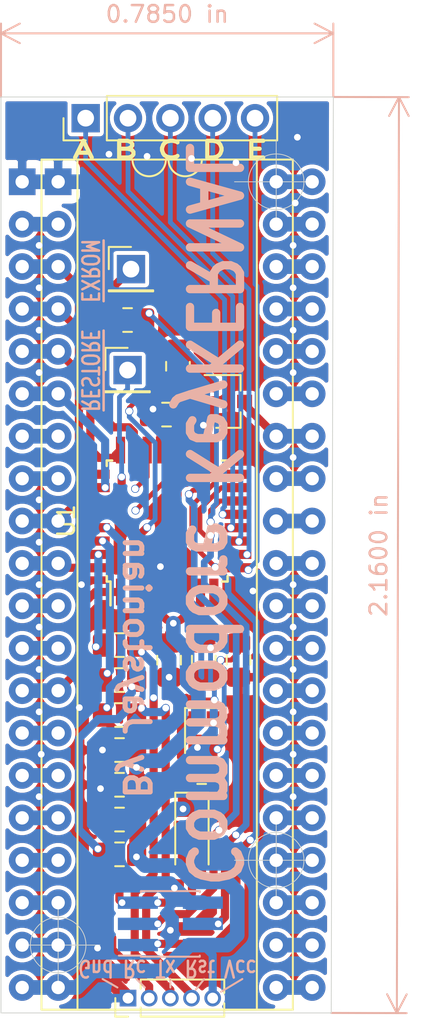
<source format=kicad_pcb>
(kicad_pcb (version 20171130) (host pcbnew "(5.1.9)-1")
  (layers (0 F.Cu signal) (31 B.Cu signal) (34 B.Paste user hide) (35 F.Paste user hide) (36 B.SilkS user) (37 F.SilkS user) (38 B.Mask user) (39 F.Mask user hide) (44 Edge.Cuts user))
  (net 0 "")
  (net 1 GND)
  (net 2 +5V)
  (net 3 /XTAL1)
  (net 4 /XTAL2)
  (net 5 /ICSP-MISO)
  (net 6 /ICSP-SCK)
  (net 7 /ICSP-MOSI)
  (net 8 /ICSP-~RESET)
  (net 9 /SER-RXD)
  (net 10 /SER-TXD)
  (net 11 /KSW-A)
  (net 12 /KSW-B)
  (net 13 /KSW-C)
  (net 14 /~RESTORE)
  (net 15 "Net-(Q1-Pad1)")
  (net 16 /U~RESET)
  (net 17 /URESET)
  (net 18 /ROW3)
  (net 19 /COL1)
  (net 20 /COL2)
  (net 21 /COL3)
  (net 22 /COL4)
  (net 23 /COL7)
  (net 24 /ROW0)
  (net 25 /UCNT)
  (net 26 /USIO)
  (net 27 /UTOD)
  (net 28 /UA0)
  (net 29 /U~PC)
  (net 30 /UA1)
  (net 31 /ROW7)
  (net 32 /UA2)
  (net 33 /ROW6)
  (net 34 /UA3)
  (net 35 /ROW5)
  (net 36 /ROW4)
  (net 37 /D0)
  (net 38 /D1)
  (net 39 /ROW2)
  (net 40 /D2)
  (net 41 /ROW1)
  (net 42 /D3)
  (net 43 /D4)
  (net 44 /D5)
  (net 45 /COL6)
  (net 46 /D6)
  (net 47 /COL5)
  (net 48 /D7)
  (net 49 /UCLK)
  (net 50 /U~FLAG)
  (net 51 /U~CE)
  (net 52 /UR~W)
  (net 53 /COL0)
  (net 54 /U~IRQ)
  (net 55 "Net-(C5-Pad2)")
  (net 56 "Net-(C7-Pad1)")
  (net 57 "Net-(J1-Pad2)")
  (net 58 "Net-(J1-Pad3)")
  (net 59 /KSW-D)
  (net 60 /KSW-E)
  (net 61 "Net-(J4-Pad1)")
  (net 62 /R-~EXROM)
  (net 63 "Net-(U1-Pad19)")
  (net 64 "Net-(U1-Pad22)")
  (module Capacitor_SMD:C_0805_2012Metric_Pad1.15x1.40mm_HandSolder (layer F.Cu) (at 104.902 86.9188 180)
    (fp_text reference C1 hide)
    (fp_text value 220nF)
    (pad 1 smd roundrect (at -1.025 0 180) (size 1.15 1.4) (layers F.Cu F.Paste F.Mask) (roundrect_rratio 0.217391) (net 2 +5V))
    (pad 2 smd roundrect (at 1.025 0 180) (size 1.15 1.4) (layers F.Cu F.Paste F.Mask) (roundrect_rratio 0.217391) (net 1 GND))
  )
  (module Capacitor_SMD:C_0805_2012Metric_Pad1.15x1.40mm_HandSolder (layer F.Cu) (at 104.902 84.836 180)
    (fp_text reference C2 hide)
    (fp_text value 100n)
    (pad 2 smd roundrect (at 1.025 0 180) (size 1.15 1.4) (layers F.Cu F.Paste F.Mask) (roundrect_rratio 0.217391) (net 1 GND))
    (pad 1 smd roundrect (at -1.025 0 180) (size 1.15 1.4) (layers F.Cu F.Paste F.Mask) (roundrect_rratio 0.217391) (net 2 +5V))
  )
  (module Capacitor_SMD:C_0805_2012Metric_Pad1.15x1.40mm_HandSolder (layer F.Cu) (at 109.9566 79.4512 270)
    (fp_text reference C3 hide)
    (fp_text value 20pF)
    (pad 1 smd roundrect (at -1.025 0 270) (size 1.15 1.4) (layers F.Cu F.Paste F.Mask) (roundrect_rratio 0.217391) (net 3 /XTAL1))
    (pad 2 smd roundrect (at 1.025 0 270) (size 1.15 1.4) (layers F.Cu F.Paste F.Mask) (roundrect_rratio 0.217391) (net 1 GND))
  )
  (module Capacitor_SMD:C_0805_2012Metric_Pad1.15x1.40mm_HandSolder (layer F.Cu) (at 107.8738 79.4512 270)
    (fp_text reference C4 hide)
    (fp_text value 47nF)
    (pad 2 smd roundrect (at 1.025 0 270) (size 1.15 1.4) (layers F.Cu F.Paste F.Mask) (roundrect_rratio 0.217391) (net 1 GND))
    (pad 1 smd roundrect (at -1.025 0 270) (size 1.15 1.4) (layers F.Cu F.Paste F.Mask) (roundrect_rratio 0.217391) (net 2 +5V))
  )
  (module Capacitor_SMD:C_0805_2012Metric_Pad1.15x1.40mm_HandSolder (layer F.Cu) (at 104.902 82.7405)
    (fp_text reference C5 hide)
    (fp_text value 0.1uF)
    (pad 1 smd roundrect (at -1.025 0) (size 1.15 1.4) (layers F.Cu F.Paste F.Mask) (roundrect_rratio 0.217391) (net 8 /ICSP-~RESET))
    (pad 2 smd roundrect (at 1.025 0) (size 1.15 1.4) (layers F.Cu F.Paste F.Mask) (roundrect_rratio 0.217391) (net 55 "Net-(C5-Pad2)"))
  )
  (module Capacitor_SMD:C_0805_2012Metric_Pad1.15x1.40mm_HandSolder (layer F.Cu) (at 112.0394 79.4512 270)
    (fp_text reference C6 hide)
    (fp_text value 20pF)
    (pad 2 smd roundrect (at 1.025 0 270) (size 1.15 1.4) (layers F.Cu F.Paste F.Mask) (roundrect_rratio 0.217391) (net 1 GND))
    (pad 1 smd roundrect (at -1.025 0 270) (size 1.15 1.4) (layers F.Cu F.Paste F.Mask) (roundrect_rratio 0.217391) (net 4 /XTAL2))
  )
  (module Capacitor_SMD:C_0805_2012Metric_Pad1.15x1.40mm_HandSolder (layer F.Cu) (at 107.7214 64.7446 180)
    (fp_text reference C7 hide)
    (fp_text value 0.1uF)
    (pad 1 smd roundrect (at -1.025 0 180) (size 1.15 1.4) (layers F.Cu F.Paste F.Mask) (roundrect_rratio 0.217391) (net 56 "Net-(C7-Pad1)"))
    (pad 2 smd roundrect (at 1.025 0 180) (size 1.15 1.4) (layers F.Cu F.Paste F.Mask) (roundrect_rratio 0.217391) (net 1 GND))
  )
  (module Diode_SMD:D_MiniMELF (layer F.Cu) (at 109.2454 89.9414 270)
    (fp_text reference D1 hide)
    (fp_text value 1N4148)
    (pad 1 smd rect (at -1.75 0 270) (size 1.3 1.7) (layers F.Cu F.Paste F.Mask) (net 2 +5V))
    (pad 2 smd rect (at 1.75 0 270) (size 1.3 1.7) (layers F.Cu F.Paste F.Mask) (net 8 /ICSP-~RESET))
  )
  (module Connector_PinHeader_1.27mm:PinHeader_1x05_P1.27mm_Vertical (layer F.Cu) (at 105.41 99.695 90)
    (fp_text reference J1 hide)
    (fp_text value Serial)
    (pad 1 thru_hole rect (at 0 0 90) (size 1 1) (drill 0.65) (layers *.Cu *.Mask) (net 1 GND))
    (pad 2 thru_hole oval (at 0 1.27 90) (size 1 1) (drill 0.65) (layers *.Cu *.Mask) (net 57 "Net-(J1-Pad2)"))
    (pad 3 thru_hole oval (at 0 2.54 90) (size 1 1) (drill 0.65) (layers *.Cu *.Mask) (net 58 "Net-(J1-Pad3)"))
    (pad 4 thru_hole oval (at 0 3.81 90) (size 1 1) (drill 0.65) (layers *.Cu *.Mask) (net 55 "Net-(C5-Pad2)"))
    (pad 5 thru_hole oval (at 0 5.08 90) (size 1 1) (drill 0.65) (layers *.Cu *.Mask) (net 2 +5V))
  )
  (module Connector_PinHeader_1.27mm:PinHeader_2x03_P1.27mm_Vertical_SMD (layer B.Cu) (at 107.95 95.25)
    (fp_text reference J2 hide)
    (fp_text value ICSP)
    (pad 1 smd rect (at -1.95 1.27) (size 2.4 0.74) (layers B.Cu B.Paste B.Mask) (net 5 /ICSP-MISO))
    (pad 2 smd rect (at 1.95 1.27) (size 2.4 0.74) (layers B.Cu B.Paste B.Mask) (net 2 +5V))
    (pad 3 smd rect (at -1.95 0) (size 2.4 0.74) (layers B.Cu B.Paste B.Mask) (net 6 /ICSP-SCK))
    (pad 4 smd rect (at 1.95 0) (size 2.4 0.74) (layers B.Cu B.Paste B.Mask) (net 7 /ICSP-MOSI))
    (pad 5 smd rect (at -1.95 -1.27) (size 2.4 0.74) (layers B.Cu B.Paste B.Mask) (net 8 /ICSP-~RESET))
    (pad 6 smd rect (at 1.95 -1.27) (size 2.4 0.74) (layers B.Cu B.Paste B.Mask) (net 1 GND))
  )
  (module Connector_PinHeader_2.54mm:PinHeader_1x05_P2.54mm_Vertical (layer F.Cu) (at 102.87 46.99 90)
    (fp_text reference J3 hide)
    (fp_text value Conn_01x05)
    (pad 1 thru_hole rect (at 0 0 90) (size 1.7 1.7) (drill 1) (layers *.Cu *.Mask) (net 11 /KSW-A))
    (pad 2 thru_hole oval (at 0 2.54 90) (size 1.7 1.7) (drill 1) (layers *.Cu *.Mask) (net 12 /KSW-B))
    (pad 3 thru_hole oval (at 0 5.08 90) (size 1.7 1.7) (drill 1) (layers *.Cu *.Mask) (net 13 /KSW-C))
    (pad 4 thru_hole oval (at 0 7.62 90) (size 1.7 1.7) (drill 1) (layers *.Cu *.Mask) (net 59 /KSW-D))
    (pad 5 thru_hole oval (at 0 10.16 90) (size 1.7 1.7) (drill 1) (layers *.Cu *.Mask) (net 60 /KSW-E))
  )
  (module Connector_PinHeader_2.54mm:PinHeader_1x01_P2.54mm_Vertical (layer F.Cu) (at 105.5878 56.0324)
    (fp_text reference J4 hide)
    (fp_text value ~EXROM)
    (pad 1 thru_hole rect (at 0 0) (size 1.7 1.7) (drill 1) (layers *.Cu *.Mask) (net 61 "Net-(J4-Pad1)"))
  )
  (module Connector_PinHeader_2.54mm:PinHeader_1x01_P2.54mm_Vertical (layer F.Cu) (at 105.3846 62.0776)
    (fp_text reference J5 hide)
    (fp_text value ~RESTORE)
    (pad 1 thru_hole rect (at 0 0) (size 1.7 1.7) (drill 1) (layers *.Cu *.Mask) (net 14 /~RESTORE))
  )
  (module Package_TO_SOT_SMD:SOT-23 (layer F.Cu) (at 111.4044 63.9572)
    (fp_text reference Q1 hide)
    (fp_text value BC846)
    (pad 1 smd rect (at -1 -0.95) (size 0.9 0.8) (layers F.Cu F.Paste F.Mask) (net 15 "Net-(Q1-Pad1)"))
    (pad 2 smd rect (at -1 0.95) (size 0.9 0.8) (layers F.Cu F.Paste F.Mask) (net 1 GND))
    (pad 3 smd rect (at 1 0) (size 0.9 0.8) (layers F.Cu F.Paste F.Mask) (net 16 /U~RESET))
  )
  (module Resistor_SMD:R_0805_2012Metric_Pad1.15x1.40mm_HandSolder (layer F.Cu) (at 104.902 91.0844 180)
    (fp_text reference R1 hide)
    (fp_text value 10K)
    (pad 1 smd roundrect (at -1.025 0 180) (size 1.15 1.4) (layers F.Cu F.Paste F.Mask) (roundrect_rratio 0.217391) (net 2 +5V))
    (pad 2 smd roundrect (at 1.025 0 180) (size 1.15 1.4) (layers F.Cu F.Paste F.Mask) (roundrect_rratio 0.217391) (net 57 "Net-(J1-Pad2)"))
  )
  (module Resistor_SMD:R_0805_2012Metric_Pad1.15x1.40mm_HandSolder (layer F.Cu) (at 109.8296 86.1568 180)
    (fp_text reference R2 hide)
    (fp_text value 1M)
    (pad 1 smd roundrect (at -1.025 0 180) (size 1.15 1.4) (layers F.Cu F.Paste F.Mask) (roundrect_rratio 0.217391) (net 4 /XTAL2))
    (pad 2 smd roundrect (at 1.025 0 180) (size 1.15 1.4) (layers F.Cu F.Paste F.Mask) (roundrect_rratio 0.217391) (net 3 /XTAL1))
  )
  (module Resistor_SMD:R_0805_2012Metric_Pad1.15x1.40mm_HandSolder (layer F.Cu) (at 104.902 78.5495)
    (fp_text reference R3 hide)
    (fp_text value 1K)
    (pad 2 smd roundrect (at 1.025 0) (size 1.15 1.4) (layers F.Cu F.Paste F.Mask) (roundrect_rratio 0.217391) (net 58 "Net-(J1-Pad3)"))
    (pad 1 smd roundrect (at -1.025 0) (size 1.15 1.4) (layers F.Cu F.Paste F.Mask) (roundrect_rratio 0.217391) (net 10 /SER-TXD))
  )
  (module Resistor_SMD:R_0805_2012Metric_Pad1.15x1.40mm_HandSolder (layer F.Cu) (at 104.902 80.645)
    (fp_text reference R4 hide)
    (fp_text value 1K)
    (pad 1 smd roundrect (at -1.025 0) (size 1.15 1.4) (layers F.Cu F.Paste F.Mask) (roundrect_rratio 0.217391) (net 9 /SER-RXD))
    (pad 2 smd roundrect (at 1.025 0) (size 1.15 1.4) (layers F.Cu F.Paste F.Mask) (roundrect_rratio 0.217391) (net 57 "Net-(J1-Pad2)"))
  )
  (module Resistor_SMD:R_0805_2012Metric_Pad1.15x1.40mm_HandSolder (layer F.Cu) (at 104.902 89.0016 180)
    (fp_text reference R5 hide)
    (fp_text value 10K)
    (pad 1 smd roundrect (at -1.025 0 180) (size 1.15 1.4) (layers F.Cu F.Paste F.Mask) (roundrect_rratio 0.217391) (net 2 +5V))
    (pad 2 smd roundrect (at 1.025 0 180) (size 1.15 1.4) (layers F.Cu F.Paste F.Mask) (roundrect_rratio 0.217391) (net 8 /ICSP-~RESET))
  )
  (module Resistor_SMD:R_0805_2012Metric_Pad1.15x1.40mm_HandSolder (layer F.Cu) (at 105.3846 59.0804)
    (fp_text reference R6 hide)
    (fp_text value 220R)
    (pad 2 smd roundrect (at 1.025 0) (size 1.15 1.4) (layers F.Cu F.Paste F.Mask) (roundrect_rratio 0.217391) (net 62 /R-~EXROM))
    (pad 1 smd roundrect (at -1.025 0) (size 1.15 1.4) (layers F.Cu F.Paste F.Mask) (roundrect_rratio 0.217391) (net 61 "Net-(J4-Pad1)"))
  )
  (module Resistor_SMD:R_0805_2012Metric_Pad1.15x1.40mm_HandSolder (layer F.Cu) (at 108.4072 61.849 270)
    (fp_text reference R7 hide)
    (fp_text value 10K)
    (pad 2 smd roundrect (at 1.025 0 270) (size 1.15 1.4) (layers F.Cu F.Paste F.Mask) (roundrect_rratio 0.217391) (net 17 /URESET))
    (pad 1 smd roundrect (at -1.025 0 270) (size 1.15 1.4) (layers F.Cu F.Paste F.Mask) (roundrect_rratio 0.217391) (net 15 "Net-(Q1-Pad1)"))
  )
  (module Package_QFP:TQFP-32_7x7mm_P0.8mm (layer F.Cu) (at 107.7595 71.12 90)
    (fp_text reference U1 (at 0 -6.05 90) (layer F.SilkS))
    (fp_text value ATmega328P-AU)
    (pad 1 smd rect (at -4.25 -2.8 90) (size 1.6 0.55) (layers F.Cu F.Paste F.Mask) (net 18 /ROW3))
    (pad 2 smd rect (at -4.25 -2 90) (size 1.6 0.55) (layers F.Cu F.Paste F.Mask) (net 17 /URESET))
    (pad 3 smd rect (at -4.25 -1.2 90) (size 1.6 0.55) (layers F.Cu F.Paste F.Mask) (net 1 GND))
    (pad 4 smd rect (at -4.25 -0.4 90) (size 1.6 0.55) (layers F.Cu F.Paste F.Mask) (net 2 +5V))
    (pad 5 smd rect (at -4.25 0.4 90) (size 1.6 0.55) (layers F.Cu F.Paste F.Mask) (net 1 GND))
    (pad 6 smd rect (at -4.25 1.2 90) (size 1.6 0.55) (layers F.Cu F.Paste F.Mask) (net 2 +5V))
    (pad 7 smd rect (at -4.25 2 90) (size 1.6 0.55) (layers F.Cu F.Paste F.Mask) (net 3 /XTAL1))
    (pad 8 smd rect (at -4.25 2.8 90) (size 1.6 0.55) (layers F.Cu F.Paste F.Mask) (net 4 /XTAL2))
    (pad 9 smd rect (at -2.8 4.25 180) (size 1.6 0.55) (layers F.Cu F.Paste F.Mask) (net 60 /KSW-E))
    (pad 10 smd rect (at -2 4.25 180) (size 1.6 0.55) (layers F.Cu F.Paste F.Mask) (net 59 /KSW-D))
    (pad 11 smd rect (at -1.2 4.25 180) (size 1.6 0.55) (layers F.Cu F.Paste F.Mask) (net 13 /KSW-C))
    (pad 12 smd rect (at -0.4 4.25 180) (size 1.6 0.55) (layers F.Cu F.Paste F.Mask) (net 12 /KSW-B))
    (pad 13 smd rect (at 0.4 4.25 180) (size 1.6 0.55) (layers F.Cu F.Paste F.Mask) (net 11 /KSW-A))
    (pad 14 smd rect (at 1.2 4.25 180) (size 1.6 0.55) (layers F.Cu F.Paste F.Mask) (net 62 /R-~EXROM))
    (pad 15 smd rect (at 2 4.25 180) (size 1.6 0.55) (layers F.Cu F.Paste F.Mask) (net 7 /ICSP-MOSI))
    (pad 16 smd rect (at 2.8 4.25 180) (size 1.6 0.55) (layers F.Cu F.Paste F.Mask) (net 5 /ICSP-MISO))
    (pad 17 smd rect (at 4.25 2.8 90) (size 1.6 0.55) (layers F.Cu F.Paste F.Mask) (net 6 /ICSP-SCK))
    (pad 18 smd rect (at 4.25 2 90) (size 1.6 0.55) (layers F.Cu F.Paste F.Mask) (net 2 +5V))
    (pad 19 smd rect (at 4.25 1.2 90) (size 1.6 0.55) (layers F.Cu F.Paste F.Mask) (net 63 "Net-(U1-Pad19)"))
    (pad 20 smd rect (at 4.25 0.4 90) (size 1.6 0.55) (layers F.Cu F.Paste F.Mask) (net 56 "Net-(C7-Pad1)"))
    (pad 21 smd rect (at 4.25 -0.4 90) (size 1.6 0.55) (layers F.Cu F.Paste F.Mask) (net 1 GND))
    (pad 22 smd rect (at 4.25 -1.2 90) (size 1.6 0.55) (layers F.Cu F.Paste F.Mask) (net 64 "Net-(U1-Pad22)"))
    (pad 23 smd rect (at 4.25 -2 90) (size 1.6 0.55) (layers F.Cu F.Paste F.Mask) (net 19 /COL1))
    (pad 24 smd rect (at 4.25 -2.8 90) (size 1.6 0.55) (layers F.Cu F.Paste F.Mask) (net 20 /COL2))
    (pad 25 smd rect (at 2.8 -4.25 180) (size 1.6 0.55) (layers F.Cu F.Paste F.Mask) (net 21 /COL3))
    (pad 26 smd rect (at 2 -4.25 180) (size 1.6 0.55) (layers F.Cu F.Paste F.Mask) (net 22 /COL4))
    (pad 27 smd rect (at 1.2 -4.25 180) (size 1.6 0.55) (layers F.Cu F.Paste F.Mask) (net 23 /COL7))
    (pad 28 smd rect (at 0.4 -4.25 180) (size 1.6 0.55) (layers F.Cu F.Paste F.Mask) (net 14 /~RESTORE))
    (pad 29 smd rect (at -0.4 -4.25 180) (size 1.6 0.55) (layers F.Cu F.Paste F.Mask) (net 8 /ICSP-~RESET))
    (pad 30 smd rect (at -1.2 -4.25 180) (size 1.6 0.55) (layers F.Cu F.Paste F.Mask) (net 9 /SER-RXD))
    (pad 31 smd rect (at -2 -4.25 180) (size 1.6 0.55) (layers F.Cu F.Paste F.Mask) (net 10 /SER-TXD))
    (pad 32 smd rect (at -2.8 -4.25 180) (size 1.6 0.55) (layers F.Cu F.Paste F.Mask) (net 24 /ROW0))
  )
  (module Package_DIP:DIP-40_W15.24mm (layer F.Cu) (at 101.219 50.8)
    (fp_text reference UCHIP1 hide)
    (fp_text value MOS6526)
    (pad 40 thru_hole oval (at 15.24 0) (size 1.6 1.6) (drill 0.8) (layers *.Cu *.Mask) (net 25 /UCNT))
    (pad 20 thru_hole oval (at 0 48.26) (size 1.6 1.6) (drill 0.8) (layers *.Cu *.Mask) (net 2 +5V))
    (pad 39 thru_hole oval (at 15.24 2.54) (size 1.6 1.6) (drill 0.8) (layers *.Cu *.Mask) (net 26 /USIO))
    (pad 19 thru_hole oval (at 0 45.72) (size 1.6 1.6) (drill 0.8) (layers *.Cu *.Mask) (net 27 /UTOD))
    (pad 38 thru_hole oval (at 15.24 5.08) (size 1.6 1.6) (drill 0.8) (layers *.Cu *.Mask) (net 28 /UA0))
    (pad 18 thru_hole oval (at 0 43.18) (size 1.6 1.6) (drill 0.8) (layers *.Cu *.Mask) (net 29 /U~PC))
    (pad 37 thru_hole oval (at 15.24 7.62) (size 1.6 1.6) (drill 0.8) (layers *.Cu *.Mask) (net 30 /UA1))
    (pad 17 thru_hole oval (at 0 40.64) (size 1.6 1.6) (drill 0.8) (layers *.Cu *.Mask) (net 31 /ROW7))
    (pad 36 thru_hole oval (at 15.24 10.16) (size 1.6 1.6) (drill 0.8) (layers *.Cu *.Mask) (net 32 /UA2))
    (pad 16 thru_hole oval (at 0 38.1) (size 1.6 1.6) (drill 0.8) (layers *.Cu *.Mask) (net 33 /ROW6))
    (pad 35 thru_hole oval (at 15.24 12.7) (size 1.6 1.6) (drill 0.8) (layers *.Cu *.Mask) (net 34 /UA3))
    (pad 15 thru_hole oval (at 0 35.56) (size 1.6 1.6) (drill 0.8) (layers *.Cu *.Mask) (net 35 /ROW5))
    (pad 34 thru_hole oval (at 15.24 15.24) (size 1.6 1.6) (drill 0.8) (layers *.Cu *.Mask) (net 16 /U~RESET))
    (pad 14 thru_hole oval (at 0 33.02) (size 1.6 1.6) (drill 0.8) (layers *.Cu *.Mask) (net 36 /ROW4))
    (pad 33 thru_hole oval (at 15.24 17.78) (size 1.6 1.6) (drill 0.8) (layers *.Cu *.Mask) (net 37 /D0))
    (pad 13 thru_hole oval (at 0 30.48) (size 1.6 1.6) (drill 0.8) (layers *.Cu *.Mask) (net 18 /ROW3))
    (pad 32 thru_hole oval (at 15.24 20.32) (size 1.6 1.6) (drill 0.8) (layers *.Cu *.Mask) (net 38 /D1))
    (pad 12 thru_hole oval (at 0 27.94) (size 1.6 1.6) (drill 0.8) (layers *.Cu *.Mask) (net 39 /ROW2))
    (pad 31 thru_hole oval (at 15.24 22.86) (size 1.6 1.6) (drill 0.8) (layers *.Cu *.Mask) (net 40 /D2))
    (pad 11 thru_hole oval (at 0 25.4) (size 1.6 1.6) (drill 0.8) (layers *.Cu *.Mask) (net 41 /ROW1))
    (pad 30 thru_hole oval (at 15.24 25.4) (size 1.6 1.6) (drill 0.8) (layers *.Cu *.Mask) (net 42 /D3))
    (pad 10 thru_hole oval (at 0 22.86) (size 1.6 1.6) (drill 0.8) (layers *.Cu *.Mask) (net 24 /ROW0))
    (pad 29 thru_hole oval (at 15.24 27.94) (size 1.6 1.6) (drill 0.8) (layers *.Cu *.Mask) (net 43 /D4))
    (pad 9 thru_hole oval (at 0 20.32) (size 1.6 1.6) (drill 0.8) (layers *.Cu *.Mask) (net 23 /COL7))
    (pad 28 thru_hole oval (at 15.24 30.48) (size 1.6 1.6) (drill 0.8) (layers *.Cu *.Mask) (net 44 /D5))
    (pad 8 thru_hole oval (at 0 17.78) (size 1.6 1.6) (drill 0.8) (layers *.Cu *.Mask) (net 45 /COL6))
    (pad 27 thru_hole oval (at 15.24 33.02) (size 1.6 1.6) (drill 0.8) (layers *.Cu *.Mask) (net 46 /D6))
    (pad 7 thru_hole oval (at 0 15.24) (size 1.6 1.6) (drill 0.8) (layers *.Cu *.Mask) (net 47 /COL5))
    (pad 26 thru_hole oval (at 15.24 35.56) (size 1.6 1.6) (drill 0.8) (layers *.Cu *.Mask) (net 48 /D7))
    (pad 6 thru_hole oval (at 0 12.7) (size 1.6 1.6) (drill 0.8) (layers *.Cu *.Mask) (net 22 /COL4))
    (pad 25 thru_hole oval (at 15.24 38.1) (size 1.6 1.6) (drill 0.8) (layers *.Cu *.Mask) (net 49 /UCLK))
    (pad 5 thru_hole oval (at 0 10.16) (size 1.6 1.6) (drill 0.8) (layers *.Cu *.Mask) (net 21 /COL3))
    (pad 24 thru_hole oval (at 15.24 40.64) (size 1.6 1.6) (drill 0.8) (layers *.Cu *.Mask) (net 50 /U~FLAG))
    (pad 4 thru_hole oval (at 0 7.62) (size 1.6 1.6) (drill 0.8) (layers *.Cu *.Mask) (net 20 /COL2))
    (pad 23 thru_hole oval (at 15.24 43.18) (size 1.6 1.6) (drill 0.8) (layers *.Cu *.Mask) (net 51 /U~CE))
    (pad 3 thru_hole oval (at 0 5.08) (size 1.6 1.6) (drill 0.8) (layers *.Cu *.Mask) (net 19 /COL1))
    (pad 22 thru_hole oval (at 15.24 45.72) (size 1.6 1.6) (drill 0.8) (layers *.Cu *.Mask) (net 52 /UR~W))
    (pad 2 thru_hole oval (at 0 2.54) (size 1.6 1.6) (drill 0.8) (layers *.Cu *.Mask) (net 53 /COL0))
    (pad 21 thru_hole oval (at 15.24 48.26) (size 1.6 1.6) (drill 0.8) (layers *.Cu *.Mask) (net 54 /U~IRQ))
    (pad 1 thru_hole rect (at 0 0) (size 1.6 1.6) (drill 0.8) (layers *.Cu *.Mask) (net 1 GND))
  )
  (module Package_DIP:DIP-40_W15.24mm (layer F.Cu) (at 99.06 50.8)
    (fp_text reference USOCKET1 hide)
    (fp_text value MOS6526)
    (pad 1 thru_hole rect (at 0 0) (size 1.6 1.6) (drill 0.8) (layers *.Cu *.Mask) (net 1 GND))
    (pad 21 thru_hole oval (at 15.24 48.26) (size 1.6 1.6) (drill 0.8) (layers *.Cu *.Mask) (net 54 /U~IRQ))
    (pad 2 thru_hole oval (at 0 2.54) (size 1.6 1.6) (drill 0.8) (layers *.Cu *.Mask) (net 53 /COL0))
    (pad 22 thru_hole oval (at 15.24 45.72) (size 1.6 1.6) (drill 0.8) (layers *.Cu *.Mask) (net 52 /UR~W))
    (pad 3 thru_hole oval (at 0 5.08) (size 1.6 1.6) (drill 0.8) (layers *.Cu *.Mask) (net 19 /COL1))
    (pad 23 thru_hole oval (at 15.24 43.18) (size 1.6 1.6) (drill 0.8) (layers *.Cu *.Mask) (net 51 /U~CE))
    (pad 4 thru_hole oval (at 0 7.62) (size 1.6 1.6) (drill 0.8) (layers *.Cu *.Mask) (net 20 /COL2))
    (pad 24 thru_hole oval (at 15.24 40.64) (size 1.6 1.6) (drill 0.8) (layers *.Cu *.Mask) (net 50 /U~FLAG))
    (pad 5 thru_hole oval (at 0 10.16) (size 1.6 1.6) (drill 0.8) (layers *.Cu *.Mask) (net 21 /COL3))
    (pad 25 thru_hole oval (at 15.24 38.1) (size 1.6 1.6) (drill 0.8) (layers *.Cu *.Mask) (net 49 /UCLK))
    (pad 6 thru_hole oval (at 0 12.7) (size 1.6 1.6) (drill 0.8) (layers *.Cu *.Mask) (net 22 /COL4))
    (pad 26 thru_hole oval (at 15.24 35.56) (size 1.6 1.6) (drill 0.8) (layers *.Cu *.Mask) (net 48 /D7))
    (pad 7 thru_hole oval (at 0 15.24) (size 1.6 1.6) (drill 0.8) (layers *.Cu *.Mask) (net 47 /COL5))
    (pad 27 thru_hole oval (at 15.24 33.02) (size 1.6 1.6) (drill 0.8) (layers *.Cu *.Mask) (net 46 /D6))
    (pad 8 thru_hole oval (at 0 17.78) (size 1.6 1.6) (drill 0.8) (layers *.Cu *.Mask) (net 45 /COL6))
    (pad 28 thru_hole oval (at 15.24 30.48) (size 1.6 1.6) (drill 0.8) (layers *.Cu *.Mask) (net 44 /D5))
    (pad 9 thru_hole oval (at 0 20.32) (size 1.6 1.6) (drill 0.8) (layers *.Cu *.Mask) (net 23 /COL7))
    (pad 29 thru_hole oval (at 15.24 27.94) (size 1.6 1.6) (drill 0.8) (layers *.Cu *.Mask) (net 43 /D4))
    (pad 10 thru_hole oval (at 0 22.86) (size 1.6 1.6) (drill 0.8) (layers *.Cu *.Mask) (net 24 /ROW0))
    (pad 30 thru_hole oval (at 15.24 25.4) (size 1.6 1.6) (drill 0.8) (layers *.Cu *.Mask) (net 42 /D3))
    (pad 11 thru_hole oval (at 0 25.4) (size 1.6 1.6) (drill 0.8) (layers *.Cu *.Mask) (net 41 /ROW1))
    (pad 31 thru_hole oval (at 15.24 22.86) (size 1.6 1.6) (drill 0.8) (layers *.Cu *.Mask) (net 40 /D2))
    (pad 12 thru_hole oval (at 0 27.94) (size 1.6 1.6) (drill 0.8) (layers *.Cu *.Mask) (net 39 /ROW2))
    (pad 32 thru_hole oval (at 15.24 20.32) (size 1.6 1.6) (drill 0.8) (layers *.Cu *.Mask) (net 38 /D1))
    (pad 13 thru_hole oval (at 0 30.48) (size 1.6 1.6) (drill 0.8) (layers *.Cu *.Mask) (net 18 /ROW3))
    (pad 33 thru_hole oval (at 15.24 17.78) (size 1.6 1.6) (drill 0.8) (layers *.Cu *.Mask) (net 37 /D0))
    (pad 14 thru_hole oval (at 0 33.02) (size 1.6 1.6) (drill 0.8) (layers *.Cu *.Mask) (net 36 /ROW4))
    (pad 34 thru_hole oval (at 15.24 15.24) (size 1.6 1.6) (drill 0.8) (layers *.Cu *.Mask) (net 16 /U~RESET))
    (pad 15 thru_hole oval (at 0 35.56) (size 1.6 1.6) (drill 0.8) (layers *.Cu *.Mask) (net 35 /ROW5))
    (pad 35 thru_hole oval (at 15.24 12.7) (size 1.6 1.6) (drill 0.8) (layers *.Cu *.Mask) (net 34 /UA3))
    (pad 16 thru_hole oval (at 0 38.1) (size 1.6 1.6) (drill 0.8) (layers *.Cu *.Mask) (net 33 /ROW6))
    (pad 36 thru_hole oval (at 15.24 10.16) (size 1.6 1.6) (drill 0.8) (layers *.Cu *.Mask) (net 32 /UA2))
    (pad 17 thru_hole oval (at 0 40.64) (size 1.6 1.6) (drill 0.8) (layers *.Cu *.Mask) (net 31 /ROW7))
    (pad 37 thru_hole oval (at 15.24 7.62) (size 1.6 1.6) (drill 0.8) (layers *.Cu *.Mask) (net 30 /UA1))
    (pad 18 thru_hole oval (at 0 43.18) (size 1.6 1.6) (drill 0.8) (layers *.Cu *.Mask) (net 29 /U~PC))
    (pad 38 thru_hole oval (at 15.24 5.08) (size 1.6 1.6) (drill 0.8) (layers *.Cu *.Mask) (net 28 /UA0))
    (pad 19 thru_hole oval (at 0 45.72) (size 1.6 1.6) (drill 0.8) (layers *.Cu *.Mask) (net 27 /UTOD))
    (pad 39 thru_hole oval (at 15.24 2.54) (size 1.6 1.6) (drill 0.8) (layers *.Cu *.Mask) (net 26 /USIO))
    (pad 20 thru_hole oval (at 0 48.26) (size 1.6 1.6) (drill 0.8) (layers *.Cu *.Mask) (net 2 +5V))
    (pad 40 thru_hole oval (at 15.24 0) (size 1.6 1.6) (drill 0.8) (layers *.Cu *.Mask) (net 25 /UCNT))
  )
  (module Crystal:Crystal_SMD_2016-4Pin_2.0x1.6mm (layer F.Cu) (at 109.982 83.6676 270)
    (fp_text reference X1 hide)
    (fp_text value 16MHz)
    (pad 1 smd rect (at -0.7 0.55 270) (size 0.9 0.8) (layers F.Cu F.Paste F.Mask) (net 3 /XTAL1))
    (pad 2 smd rect (at 0.7 0.55 270) (size 0.9 0.8) (layers F.Cu F.Paste F.Mask) (net 1 GND))
    (pad 3 smd rect (at 0.7 -0.55 270) (size 0.9 0.8) (layers F.Cu F.Paste F.Mask) (net 4 /XTAL2))
    (pad 4 smd rect (at -0.7 -0.55 270) (size 0.9 0.8) (layers F.Cu F.Paste F.Mask) (net 1 GND))
  )
  (gr_text "By Jaystonian" (at 105.918 79.883 270) (layer B.SilkS) (effects (font (size 1.5 1.5) (thickness 0.3)) (justify mirror)))
  (gr_text "A B C D E" (at 107.95 48.895) (layer F.SilkS) (effects (font (size 1 1.5) (thickness 0.25))))
  (gr_text ~EXROM (at 103.124 56.134 270) (layer B.SilkS) (effects (font (size 1 0.75)) (justify mirror)))
  (gr_text ~RESTORE (at 103.124 62.103 270) (layer B.SilkS) (effects (font (size 1 0.75)) (justify mirror)))
  (gr_line (start 112.268 98.552) (end 110.998 99.314) (layer B.SilkS) (width 0.12))
  (gr_line (start 103.886 98.552) (end 104.775 99.06) (layer B.SilkS) (width 0.12))
  (gr_line (start 109.982 98.552) (end 109.474 99.187) (layer B.SilkS) (width 0.12))
  (gr_line (start 107.95 98.552) (end 107.95 99.06) (layer B.SilkS) (width 0.12))
  (gr_line (start 105.918 98.552) (end 106.426 99.06) (layer B.SilkS) (width 0.12))
  (gr_text "Gnd Rc Tx Rst Vcc" (at 107.7722 97.917 180) (layer B.SilkS) (effects (font (size 1 0.75)) (justify mirror)))
  (gr_text "Commodore KeyKERNAL" (at 110.49 70.739 270) (layer B.SilkS) (effects (font (size 3 2.5) (thickness 0.5)) (justify mirror)))
  (target plus (at 114.3 91.44) (size 5) (width 0.05) (layer Edge.Cuts))
  (target plus (at 101.219 96.52) (size 5) (width 0.05) (layer Edge.Cuts))
  (target plus (at 114.3 50.8) (size 5) (width 0.05) (layer Edge.Cuts))
  (dimension 54.864147 (width 0.12) (layer B.SilkS) (gr_text "54.864 mm" (at 122.872181 73.164053 89.86737112) (layer B.SilkS) (effects (font (size 1 1) (thickness 0.15)))) (feature1 (pts (xy 117.729 45.72) (xy 122.252104 45.73047))) (feature2 (pts (xy 117.602 100.584) (xy 122.125104 100.59447))) (crossbar (pts (xy 121.538684 100.593113) (xy 121.665684 45.729113))) (arrow1a (pts (xy 121.665684 45.729113) (xy 122.249496 46.856971))) (arrow1b (pts (xy 121.665684 45.729113) (xy 121.076657 46.854256))) (arrow2a (pts (xy 121.538684 100.593113) (xy 122.127711 99.46797))) (arrow2b (pts (xy 121.538684 100.593113) (xy 120.954872 99.465255))))
  (dimension 19.939 (width 0.12) (layer B.SilkS) (gr_text "19.939 mm" (at 107.7595 40.640001) (layer B.SilkS) (effects (font (size 1 1) (thickness 0.15)))) (feature1 (pts (xy 97.79 45.72) (xy 97.79 41.32358))) (feature2 (pts (xy 117.729 45.72) (xy 117.729 41.32358))) (crossbar (pts (xy 117.729 41.910001) (xy 97.79 41.910001))) (arrow1a (pts (xy 97.79 41.910001) (xy 98.916504 41.32358))) (arrow1b (pts (xy 97.79 41.910001) (xy 98.916504 42.496422))) (arrow2a (pts (xy 117.729 41.910001) (xy 116.602496 41.32358))) (arrow2b (pts (xy 117.729 41.910001) (xy 116.602496 42.496422))))
  (gr_line (start 97.79 100.584) (end 97.79 45.72) (layer Edge.Cuts) (width 0.05))
  (gr_line (start 117.602 100.584) (end 97.79 100.584) (layer Edge.Cuts) (width 0.05))
  (gr_line (start 117.729 45.72) (end 117.602 100.584) (layer Edge.Cuts) (width 0.05))
  (gr_line (start 97.79 45.72) (end 117.729 45.72) (layer Edge.Cuts) (width 0.05))
  (via (at 110.5408 83.2104) (size 0.4888) (drill 0.4) (layers F.Cu B.Cu) (net 1))
  (via (at 109.5756 84.6836) (size 0.4888) (drill 0.4) (layers F.Cu B.Cu) (net 1))
  (segment (start 99.06 50.8) (end 101.219 50.8) (width 0.88) (layer B.Cu) (net 1))
  (segment (start 108.1595 74.295798) (end 108.1595 75.37) (width 0.488) (layer F.Cu) (net 1))
  (segment (start 107.004798 73.8505) (end 107.3531 73.8505) (width 0.488) (layer F.Cu) (net 1))
  (segment (start 106.5595 75.37) (end 106.5595 74.295798) (width 0.488) (layer F.Cu) (net 1))
  (segment (start 107.714202 73.8505) (end 108.1595 74.295798) (width 0.488) (layer F.Cu) (net 1))
  (segment (start 106.5595 74.295798) (end 107.004798 73.8505) (width 0.488) (layer F.Cu) (net 1))
  (segment (start 107.3595 65.4077) (end 106.6964 64.7446) (width 0.488) (layer F.Cu) (net 1))
  (segment (start 107.3595 66.87) (end 107.3595 65.4077) (width 0.488) (layer F.Cu) (net 1))
  (segment (start 103.877 84.836) (end 103.877 84.836) (width 0.88) (layer F.Cu) (net 1))
  (segment (start 107.8738 80.4762) (end 107.8738 80.4762) (width 0.88) (layer F.Cu) (net 1))
  (segment (start 109.07 93.98) (end 108.1925 93.1025) (width 0.88) (layer B.Cu) (net 1))
  (segment (start 109.9 93.98) (end 109.07 93.98) (width 0.88) (layer B.Cu) (net 1))
  (segment (start 104.3686 92.837) (end 103.5812 93.6244) (width 0.88) (layer B.Cu) (net 1))
  (segment (start 103.5812 93.6244) (end 103.5812 96.6978) (width 0.88) (layer B.Cu) (net 1))
  (segment (start 103.5812 96.6978) (end 103.5812 96.6978) (width 0.88) (layer B.Cu) (net 1))
  (via (at 103.5812 96.6978) (size 0.8) (drill 0.4) (layers F.Cu B.Cu) (net 1))
  (segment (start 103.5812 97.8662) (end 105.41 99.695) (width 0.88) (layer F.Cu) (net 1))
  (segment (start 103.5812 96.6978) (end 103.5812 97.8662) (width 0.88) (layer F.Cu) (net 1))
  (segment (start 107.3531 73.8505) (end 107.714202 73.8505) (width 0.488) (layer F.Cu) (net 1))
  (via (at 107.3531 73.8505) (size 0.4888) (drill 0.4) (layers F.Cu B.Cu) (net 1))
  (segment (start 106.9086 64.4144) (end 106.9086 64.4144) (width 0.88) (layer B.Cu) (net 1))
  (via (at 106.9086 64.4144) (size 0.8) (drill 0.4) (layers F.Cu B.Cu) (net 1))
  (segment (start 107.3595 73.8441) (end 107.3531 73.8505) (width 0.488) (layer F.Cu) (net 1))
  (segment (start 104.3686 92.837) (end 104.3686 91.301114) (width 0.88) (layer B.Cu) (net 1))
  (segment (start 104.3686 91.301114) (end 104.491001 91.178713) (width 0.88) (layer B.Cu) (net 1))
  (segment (start 104.491001 87.879401) (end 103.759 87.1474) (width 0.88) (layer B.Cu) (net 1))
  (segment (start 103.759 87.1474) (end 103.759 87.1474) (width 0.88) (layer B.Cu) (net 1))
  (via (at 103.759 87.1474) (size 0.8) (drill 0.4) (layers F.Cu B.Cu) (net 1))
  (segment (start 104.3686 91.821) (end 105.3846 92.837) (width 0.88) (layer B.Cu) (net 1))
  (segment (start 104.3686 91.301114) (end 104.3686 91.821) (width 0.88) (layer B.Cu) (net 1))
  (segment (start 107.927 92.837) (end 105.3846 92.837) (width 0.88) (layer B.Cu) (net 1))
  (segment (start 105.3846 92.837) (end 104.3686 92.837) (width 0.88) (layer B.Cu) (net 1))
  (segment (start 104.491001 91.943401) (end 105.3846 92.837) (width 0.88) (layer B.Cu) (net 1))
  (segment (start 104.491001 90.504799) (end 104.491001 91.943401) (width 0.88) (layer B.Cu) (net 1))
  (segment (start 104.491001 90.504799) (end 104.491001 87.879401) (width 0.88) (layer B.Cu) (net 1))
  (segment (start 104.491001 91.178713) (end 104.491001 90.504799) (width 0.88) (layer B.Cu) (net 1))
  (segment (start 103.877 84.836) (end 103.877 86.9188) (width 0.88) (layer F.Cu) (net 1))
  (via (at 103.877 84.836) (size 0.8) (drill 0.4) (layers F.Cu B.Cu) (net 1))
  (segment (start 108.555001 82.745913) (end 108.555001 81.859601) (width 0.88) (layer B.Cu) (net 1))
  (segment (start 107.851105 83.449809) (end 108.555001 82.745913) (width 0.88) (layer B.Cu) (net 1))
  (segment (start 105.838191 83.449809) (end 107.851105 83.449809) (width 0.88) (layer B.Cu) (net 1))
  (segment (start 103.877 84.836) (end 104.452 84.836) (width 0.88) (layer B.Cu) (net 1))
  (segment (start 104.452 84.836) (end 105.838191 83.449809) (width 0.88) (layer B.Cu) (net 1))
  (segment (start 107.8738 80.4762) (end 112.0394 80.4762) (width 0.88) (layer F.Cu) (net 1))
  (via (at 107.8738 80.4762) (size 0.8) (drill 0.4) (layers F.Cu B.Cu) (net 1))
  (segment (start 107.8738 81.1784) (end 107.8738 80.4762) (width 0.88) (layer B.Cu) (net 1))
  (segment (start 108.555001 81.859601) (end 107.8738 81.1784) (width 0.88) (layer B.Cu) (net 1))
  (segment (start 106.7308 74.4728) (end 107.3531 73.8505) (width 0.88) (layer B.Cu) (net 1))
  (segment (start 106.7308 78.167686) (end 106.7308 74.4728) (width 0.88) (layer B.Cu) (net 1))
  (segment (start 107.8738 80.4762) (end 107.8738 79.310686) (width 0.88) (layer B.Cu) (net 1))
  (segment (start 107.8738 79.310686) (end 106.7308 78.167686) (width 0.88) (layer B.Cu) (net 1))
  (segment (start 105.077909 86.736909) (end 107.471491 86.736909) (width 0.439) (layer B.Cu) (net 1))
  (segment (start 103.877 85.536) (end 105.077909 86.736909) (width 0.439) (layer B.Cu) (net 1))
  (segment (start 103.877 84.836) (end 103.877 85.536) (width 0.439) (layer B.Cu) (net 1))
  (segment (start 104.158999 86.747401) (end 105.067417 86.747401) (width 0.439) (layer B.Cu) (net 1))
  (segment (start 105.067417 86.747401) (end 105.077909 86.736909) (width 0.439) (layer B.Cu) (net 1))
  (segment (start 103.759 87.1474) (end 104.158999 86.747401) (width 0.439) (layer B.Cu) (net 1))
  (segment (start 103.759 84.954) (end 103.877 84.836) (width 0.439) (layer B.Cu) (net 1))
  (segment (start 103.759 87.1474) (end 103.759 84.954) (width 0.439) (layer B.Cu) (net 1))
  (segment (start 110.5408 83.7184) (end 110.5408 83.2104) (width 0.488) (layer B.Cu) (net 1))
  (segment (start 109.5756 84.6836) (end 110.5408 83.7184) (width 0.488) (layer B.Cu) (net 1))
  (segment (start 107.522291 86.736909) (end 109.5756 84.6836) (width 0.488) (layer B.Cu) (net 1))
  (segment (start 107.471491 86.736909) (end 107.522291 86.736909) (width 0.488) (layer B.Cu) (net 1))
  (segment (start 104.491001 87.323817) (end 105.077909 86.736909) (width 0.488) (layer B.Cu) (net 1))
  (segment (start 104.491001 87.879401) (end 104.491001 87.323817) (width 0.488) (layer B.Cu) (net 1))
  (segment (start 107.753099 65.258899) (end 106.9086 64.4144) (width 0.88) (layer B.Cu) (net 1))
  (segment (start 109.214413 65.258899) (end 107.753099 65.258899) (width 0.88) (layer B.Cu) (net 1))
  (segment (start 109.855 65.899486) (end 109.214413 65.258899) (width 0.88) (layer B.Cu) (net 1))
  (segment (start 107.3531 73.8505) (end 107.97359 73.23001) (width 0.88) (layer B.Cu) (net 1))
  (segment (start 109.855 67.3862) (end 109.855 65.899486) (width 0.88) (layer B.Cu) (net 1))
  (segment (start 109.5502 67.691) (end 109.855 67.3862) (width 0.88) (layer B.Cu) (net 1))
  (segment (start 107.97359 69.177896) (end 107.97359 73.23001) (width 0.88) (layer B.Cu) (net 1))
  (segment (start 109.460486 67.691) (end 107.97359 69.177896) (width 0.88) (layer B.Cu) (net 1))
  (segment (start 109.5502 67.691) (end 109.460486 67.691) (width 0.88) (layer B.Cu) (net 1))
  (segment (start 110.4044 64.9072) (end 110.4036 64.9072) (width 0.288) (layer F.Cu) (net 1))
  (segment (start 110.4036 64.9072) (end 109.9312 65.3796) (width 0.288) (layer F.Cu) (net 1))
  (segment (start 109.9312 65.3796) (end 109.9312 65.3796) (width 0.288) (layer F.Cu) (net 1))
  (via (at 109.9312 65.3796) (size 0.4888) (drill 0.4) (layers F.Cu B.Cu) (net 1))
  (segment (start 109.335114 65.3796) (end 109.9312 65.3796) (width 0.488) (layer B.Cu) (net 1))
  (segment (start 109.214413 65.258899) (end 109.335114 65.3796) (width 0.488) (layer B.Cu) (net 1))
  (segment (start 109.9312 65.823286) (end 109.855 65.899486) (width 0.488) (layer B.Cu) (net 1))
  (segment (start 109.9312 65.3796) (end 109.9312 65.823286) (width 0.488) (layer B.Cu) (net 1))
  (segment (start 102.899 50.8) (end 101.219 50.8) (width 0.88) (layer B.Cu) (net 1))
  (segment (start 104.097799 51.998799) (end 102.899 50.8) (width 0.88) (layer B.Cu) (net 1))
  (segment (start 106.9086 64.4144) (end 106.9086 60.749598) (width 0.88) (layer B.Cu) (net 1))
  (segment (start 106.433202 60.2742) (end 105.0036 60.2742) (width 0.88) (layer B.Cu) (net 1))
  (segment (start 105.0036 60.2742) (end 104.097799 59.368399) (width 0.88) (layer B.Cu) (net 1))
  (segment (start 106.9086 60.749598) (end 106.433202 60.2742) (width 0.88) (layer B.Cu) (net 1))
  (segment (start 104.097799 59.368399) (end 104.097799 51.998799) (width 0.88) (layer B.Cu) (net 1))
  (via (at 115.57 48.133) (size 0.4888) (drill 0.4) (layers F.Cu B.Cu) (net 1))
  (via (at 111.887 49.657) (size 0.4888) (drill 0.4) (layers F.Cu B.Cu) (net 1))
  (via (at 109.22 49.403) (size 0.4888) (drill 0.4) (layers F.Cu B.Cu) (net 1))
  (via (at 106.553 49.276) (size 0.4888) (drill 0.4) (layers F.Cu B.Cu) (net 1))
  (via (at 104.267 49.149) (size 0.4888) (drill 0.4) (layers F.Cu B.Cu) (net 1))
  (via (at 112.903 75.311) (size 0.4888) (drill 0.4) (layers F.Cu B.Cu) (net 1))
  (via (at 102.489 82.296) (size 0.4888) (drill 0.4) (layers F.Cu B.Cu) (net 1))
  (via (at 100.203 85.09) (size 0.4888) (drill 0.4) (layers F.Cu B.Cu) (net 1))
  (via (at 100.076 87.63) (size 0.4888) (drill 0.4) (layers F.Cu B.Cu) (net 1))
  (via (at 100.076 82.55) (size 0.4888) (drill 0.4) (layers F.Cu B.Cu) (net 1))
  (via (at 115.316 87.63) (size 0.4888) (drill 0.4) (layers F.Cu B.Cu) (net 1))
  (via (at 115.316 85.09) (size 0.4888) (drill 0.4) (layers F.Cu B.Cu) (net 1))
  (via (at 115.316 82.55) (size 0.4888) (drill 0.4) (layers F.Cu B.Cu) (net 1))
  (via (at 115.316 80.01) (size 0.4888) (drill 0.4) (layers F.Cu B.Cu) (net 1))
  (via (at 115.316 77.47) (size 0.4888) (drill 0.4) (layers F.Cu B.Cu) (net 1))
  (via (at 115.316 74.93) (size 0.4888) (drill 0.4) (layers F.Cu B.Cu) (net 1))
  (via (at 115.443 52.07) (size 0.4888) (drill 0.4) (layers F.Cu B.Cu) (net 1))
  (via (at 115.316 54.61) (size 0.4888) (drill 0.4) (layers F.Cu B.Cu) (net 1))
  (via (at 115.316 57.15) (size 0.4888) (drill 0.4) (layers F.Cu B.Cu) (net 1))
  (via (at 115.316 59.69) (size 0.4888) (drill 0.4) (layers F.Cu B.Cu) (net 1))
  (via (at 115.316 62.23) (size 0.4888) (drill 0.4) (layers F.Cu B.Cu) (net 1))
  (via (at 102.616 74.93) (size 0.4888) (drill 0.4) (layers F.Cu B.Cu) (net 1))
  (via (at 100.076 77.47) (size 0.4888) (drill 0.4) (layers F.Cu B.Cu) (net 1))
  (via (at 100.076 80.01) (size 0.4888) (drill 0.4) (layers F.Cu B.Cu) (net 1))
  (via (at 100.076 74.93) (size 0.4888) (drill 0.4) (layers F.Cu B.Cu) (net 1))
  (via (at 100.076 72.39) (size 0.4888) (drill 0.4) (layers F.Cu B.Cu) (net 1))
  (via (at 100.076 69.85) (size 0.4888) (drill 0.4) (layers F.Cu B.Cu) (net 1))
  (via (at 100.076 62.23) (size 0.4888) (drill 0.4) (layers F.Cu B.Cu) (net 1))
  (via (at 100.076 59.69) (size 0.4888) (drill 0.4) (layers F.Cu B.Cu) (net 1))
  (via (at 100.076 57.15) (size 0.4888) (drill 0.4) (layers F.Cu B.Cu) (net 1))
  (via (at 100.076 54.61) (size 0.4888) (drill 0.4) (layers F.Cu B.Cu) (net 1))
  (via (at 115.316 67.31) (size 0.4888) (drill 0.4) (layers F.Cu B.Cu) (net 1))
  (via (at 107.95 95.631) (size 0.4888) (drill 0.4) (layers F.Cu B.Cu) (net 1))
  (segment (start 108.1925 93.1025) (end 107.927 92.837) (width 0.88) (layer B.Cu) (net 1))
  (via (at 108.1925 93.1025) (size 0.4888) (drill 0.4) (layers F.Cu B.Cu) (net 1))
  (segment (start 99.06 99.06) (end 101.219 99.06) (width 0.88) (layer B.Cu) (net 2))
  (segment (start 107.3595 76.658) (end 107.727 77.0255) (width 0.488) (layer F.Cu) (net 2))
  (segment (start 107.3595 75.37) (end 107.3595 76.658) (width 0.488) (layer F.Cu) (net 2))
  (segment (start 108.592 77.0255) (end 108.9595 76.658) (width 0.488) (layer F.Cu) (net 2))
  (segment (start 108.9595 76.658) (end 108.9595 75.37) (width 0.488) (layer F.Cu) (net 2))
  (segment (start 105.927 84.836) (end 105.927 84.836) (width 0.88) (layer F.Cu) (net 2))
  (segment (start 108.1278 77.5972) (end 108.1278 77.2414) (width 0.488) (layer F.Cu) (net 2))
  (segment (start 107.8738 78.4262) (end 107.8738 77.8512) (width 0.488) (layer F.Cu) (net 2))
  (segment (start 107.8738 77.8512) (end 108.1278 77.5972) (width 0.488) (layer F.Cu) (net 2))
  (segment (start 107.727 77.0255) (end 108.1278 77.2414) (width 0.488) (layer F.Cu) (net 2))
  (segment (start 108.1278 77.2414) (end 108.592 77.0255) (width 0.488) (layer F.Cu) (net 2))
  (segment (start 108.1278 77.2414) (end 108.1278 77.2414) (width 0.488) (layer F.Cu) (net 2))
  (via (at 108.1278 77.2414) (size 0.8) (drill 0.4) (layers F.Cu B.Cu) (net 2))
  (segment (start 110.49 97.11) (end 109.9 96.52) (width 0.488) (layer B.Cu) (net 2))
  (segment (start 110.49 99.695) (end 110.49 97.11) (width 0.488) (layer B.Cu) (net 2))
  (segment (start 109.093 96.52) (end 109.9 96.52) (width 0.88) (layer B.Cu) (net 2))
  (segment (start 101.219 99.06) (end 102.35037 99.06) (width 0.88) (layer B.Cu) (net 2))
  (segment (start 107.5436 98.0694) (end 109.093 96.52) (width 0.88) (layer B.Cu) (net 2))
  (segment (start 103.34097 98.0694) (end 107.5436 98.0694) (width 0.88) (layer B.Cu) (net 2))
  (segment (start 102.35037 99.06) (end 103.34097 98.0694) (width 0.88) (layer B.Cu) (net 2))
  (segment (start 111.352002 96.52) (end 111.9632 95.908802) (width 0.88) (layer B.Cu) (net 2))
  (segment (start 109.9 96.52) (end 111.352002 96.52) (width 0.88) (layer B.Cu) (net 2))
  (segment (start 111.9632 93.321198) (end 111.377402 92.7354) (width 0.88) (layer B.Cu) (net 2))
  (segment (start 111.9632 95.908802) (end 111.9632 93.321198) (width 0.88) (layer B.Cu) (net 2))
  (segment (start 109.352764 92.7354) (end 108.374355 91.756991) (width 0.88) (layer B.Cu) (net 2))
  (segment (start 111.377402 92.7354) (end 109.352764 92.7354) (width 0.88) (layer B.Cu) (net 2))
  (segment (start 108.374355 91.756991) (end 106.438191 91.756991) (width 0.88) (layer B.Cu) (net 2))
  (segment (start 106.438191 91.756991) (end 105.918 91.2368) (width 0.88) (layer B.Cu) (net 2))
  (segment (start 105.918 91.2368) (end 105.918 91.2368) (width 0.88) (layer B.Cu) (net 2))
  (via (at 105.918 91.2368) (size 0.8) (drill 0.4) (layers F.Cu B.Cu) (net 2))
  (segment (start 105.918 90.671115) (end 108.222515 88.3666) (width 0.88) (layer B.Cu) (net 2))
  (segment (start 105.918 91.2368) (end 105.918 90.671115) (width 0.88) (layer B.Cu) (net 2))
  (segment (start 108.222515 88.3666) (end 108.712 88.3666) (width 0.88) (layer B.Cu) (net 2))
  (segment (start 108.712 88.3666) (end 108.712 88.3666) (width 0.88) (layer B.Cu) (net 2))
  (via (at 108.712 88.3666) (size 0.8) (drill 0.4) (layers F.Cu B.Cu) (net 2))
  (segment (start 105.927 84.836) (end 105.927 91.0844) (width 0.88) (layer F.Cu) (net 2))
  (via (at 105.918 85.8774) (size 0.8) (drill 0.4) (layers F.Cu B.Cu) (net 2))
  (segment (start 108.1278 78.037322) (end 108.1278 77.2414) (width 0.88) (layer B.Cu) (net 2))
  (segment (start 106.317999 85.477401) (end 107.350877 85.477401) (width 0.88) (layer B.Cu) (net 2))
  (segment (start 109.635011 81.412247) (end 108.95381 80.731046) (width 0.88) (layer B.Cu) (net 2))
  (segment (start 105.918 85.8774) (end 106.317999 85.477401) (width 0.88) (layer B.Cu) (net 2))
  (segment (start 108.95381 80.731046) (end 108.953809 78.863331) (width 0.88) (layer B.Cu) (net 2))
  (segment (start 109.635011 83.193267) (end 109.635011 81.412247) (width 0.88) (layer B.Cu) (net 2))
  (segment (start 108.953809 78.863331) (end 108.1278 78.037322) (width 0.88) (layer B.Cu) (net 2))
  (segment (start 107.350877 85.477401) (end 109.635011 83.193267) (width 0.88) (layer B.Cu) (net 2))
  (segment (start 109.7595 67.989571) (end 109.7595 66.87) (width 0.488) (layer F.Cu) (net 2))
  (segment (start 108.737167 68.831399) (end 108.917672 68.831399) (width 0.488) (layer F.Cu) (net 2))
  (segment (start 108.379199 69.189367) (end 108.988566 68.58) (width 0.488) (layer F.Cu) (net 2))
  (segment (start 108.379199 72.45697) (end 108.379199 69.189367) (width 0.488) (layer F.Cu) (net 2))
  (segment (start 108.9595 73.037271) (end 108.379199 72.45697) (width 0.488) (layer F.Cu) (net 2))
  (segment (start 108.9595 75.37) (end 108.9595 73.037271) (width 0.488) (layer F.Cu) (net 2))
  (segment (start 109.22 68.58) (end 109.7595 67.989571) (width 0.488) (layer F.Cu) (net 2))
  (segment (start 108.988566 68.58) (end 109.22 68.58) (width 0.488) (layer F.Cu) (net 2))
  (segment (start 108.917672 68.831399) (end 109.22 68.58) (width 0.488) (layer F.Cu) (net 2))
  (via (at 110.363 78.7146) (size 0.4888) (drill 0.4) (layers F.Cu B.Cu) (net 3))
  (segment (start 109.7595 78.2291) (end 109.9566 78.4262) (width 0.488) (layer F.Cu) (net 3))
  (segment (start 109.7595 75.37) (end 109.7595 78.2291) (width 0.488) (layer F.Cu) (net 3))
  (segment (start 108.587999 83.562399) (end 109.182798 82.9676) (width 0.488) (layer F.Cu) (net 3))
  (segment (start 108.587999 85.240199) (end 108.587999 83.562399) (width 0.488) (layer F.Cu) (net 3))
  (segment (start 109.182798 82.9676) (end 109.432 82.9676) (width 0.488) (layer F.Cu) (net 3))
  (segment (start 108.8046 85.4568) (end 108.587999 85.240199) (width 0.488) (layer F.Cu) (net 3))
  (segment (start 108.8046 86.1568) (end 108.8046 85.4568) (width 0.488) (layer F.Cu) (net 3))
  (segment (start 110.363 81.031479) (end 110.5916 81.260079) (width 0.288) (layer B.Cu) (net 3))
  (segment (start 110.5916 81.260079) (end 110.5916 81.8388) (width 0.288) (layer B.Cu) (net 3))
  (segment (start 110.5916 81.8388) (end 110.5916 81.8388) (width 0.288) (layer B.Cu) (net 3))
  (via (at 110.5916 81.8388) (size 0.4888) (drill 0.4) (layers F.Cu B.Cu) (net 3))
  (segment (start 109.432 82.2296) (end 109.432 82.9676) (width 0.288) (layer F.Cu) (net 3))
  (segment (start 109.8228 81.8388) (end 109.432 82.2296) (width 0.288) (layer F.Cu) (net 3))
  (segment (start 110.5916 81.8388) (end 109.8228 81.8388) (width 0.288) (layer F.Cu) (net 3))
  (segment (start 110.363 81.031479) (end 110.363 78.7146) (width 0.288) (layer B.Cu) (net 3))
  (segment (start 110.5595 75.37) (end 110.5595 75.8885) (width 0.488) (layer F.Cu) (net 4))
  (segment (start 112.0394 77.3684) (end 112.0394 78.4262) (width 0.488) (layer F.Cu) (net 4))
  (segment (start 110.5595 75.8885) (end 112.0394 77.3684) (width 0.488) (layer F.Cu) (net 4))
  (segment (start 110.532 85.8342) (end 110.8546 86.1568) (width 0.488) (layer F.Cu) (net 4))
  (segment (start 110.532 84.3676) (end 110.532 85.8342) (width 0.488) (layer F.Cu) (net 4))
  (segment (start 112.0394 78.4262) (end 111.9214 78.4262) (width 0.288) (layer F.Cu) (net 4))
  (segment (start 112.0394 79.0012) (end 111.5894 79.4512) (width 0.288) (layer F.Cu) (net 4))
  (segment (start 112.0394 78.4262) (end 112.0394 79.0012) (width 0.288) (layer F.Cu) (net 4))
  (segment (start 111.5894 79.4512) (end 110.998 79.4512) (width 0.288) (layer F.Cu) (net 4))
  (segment (start 110.998 79.4512) (end 110.9726 79.4512) (width 0.288) (layer F.Cu) (net 4))
  (via (at 110.9726 79.4512) (size 0.4888) (drill 0.4) (layers F.Cu B.Cu) (net 4))
  (segment (start 111.180001 80.004234) (end 111.180001 84.374599) (width 0.288) (layer B.Cu) (net 4))
  (segment (start 110.9726 79.4512) (end 110.9726 79.796833) (width 0.288) (layer B.Cu) (net 4))
  (segment (start 110.9726 79.796833) (end 111.180001 80.004234) (width 0.288) (layer B.Cu) (net 4))
  (segment (start 111.180001 84.374599) (end 110.7694 84.7852) (width 0.288) (layer B.Cu) (net 4))
  (segment (start 110.7694 84.7852) (end 110.7694 84.7852) (width 0.288) (layer B.Cu) (net 4))
  (via (at 110.7694 84.7852) (size 0.4888) (drill 0.4) (layers F.Cu B.Cu) (net 4))
  (via (at 107.188 96.4438) (size 0.4888) (drill 0.4) (layers F.Cu B.Cu) (net 5))
  (segment (start 110.645234 96.4438) (end 111.915421 95.173613) (width 0.488) (layer F.Cu) (net 5))
  (segment (start 107.188 96.4438) (end 110.645234 96.4438) (width 0.488) (layer F.Cu) (net 5))
  (segment (start 111.915421 95.173613) (end 111.915421 93.266567) (width 0.488) (layer F.Cu) (net 5))
  (segment (start 111.915421 93.266567) (end 111.915421 91.2114) (width 0.488) (layer F.Cu) (net 5))
  (segment (start 111.915421 91.2114) (end 111.915421 91.055979) (width 0.439) (layer F.Cu) (net 5))
  (segment (start 111.915421 91.055979) (end 112.7506 90.2208) (width 0.439) (layer F.Cu) (net 5))
  (segment (start 112.7506 90.2208) (end 112.7506 90.2208) (width 0.439) (layer F.Cu) (net 5))
  (via (at 112.7506 90.2208) (size 0.4888) (drill 0.4) (layers F.Cu B.Cu) (net 5))
  (segment (start 113.099999 89.871401) (end 113.099999 77.781001) (width 0.4) (layer B.Cu) (net 5))
  (segment (start 112.7506 90.2208) (end 113.099999 89.871401) (width 0.4) (layer B.Cu) (net 5))
  (segment (start 113.099999 77.781001) (end 113.099999 77.514599) (width 0.4) (layer B.Cu) (net 5))
  (segment (start 113.099999 77.514599) (end 113.099997 77.514597) (width 0.4) (layer B.Cu) (net 5))
  (segment (start 113.099997 77.336797) (end 113.099997 77.163713) (width 0.4) (layer B.Cu) (net 5))
  (segment (start 113.099999 77.514599) (end 113.099999 77.336799) (width 0.4) (layer B.Cu) (net 5))
  (segment (start 113.099999 77.336799) (end 113.099997 77.336797) (width 0.4) (layer B.Cu) (net 5))
  (segment (start 113.099997 77.163713) (end 112.227542 76.291258) (width 0.4) (layer B.Cu) (net 5))
  (segment (start 112.227542 76.291258) (end 111.41268 75.476396) (width 0.4) (layer B.Cu) (net 5))
  (segment (start 111.41268 75.476396) (end 111.41268 74.65888) (width 0.4) (layer B.Cu) (net 5))
  (segment (start 111.41268 74.65888) (end 110.6424 73.8886) (width 0.4) (layer B.Cu) (net 5))
  (segment (start 110.6424 73.8886) (end 110.6424 73.8886) (width 0.4) (layer B.Cu) (net 5))
  (via (at 110.6424 73.8886) (size 0.4888) (drill 0.4) (layers F.Cu B.Cu) (net 5))
  (segment (start 110.398001 73.644201) (end 110.6424 73.8886) (width 0.288) (layer F.Cu) (net 5))
  (segment (start 109.239991 72.486191) (end 110.398001 73.644201) (width 0.288) (layer F.Cu) (net 5))
  (segment (start 109.239991 70.19923) (end 109.239991 72.486191) (width 0.288) (layer F.Cu) (net 5))
  (segment (start 111.119221 68.32) (end 109.239991 70.19923) (width 0.288) (layer F.Cu) (net 5))
  (segment (start 112.0095 68.32) (end 111.119221 68.32) (width 0.288) (layer F.Cu) (net 5))
  (via (at 107.188 95.25) (size 0.4888) (drill 0.4) (layers F.Cu B.Cu) (net 6))
  (segment (start 107.188 95.25) (end 107.188 95.1992) (width 0.488) (layer F.Cu) (net 6))
  (segment (start 107.188 95.1992) (end 107.71919 94.66801) (width 0.488) (layer F.Cu) (net 6))
  (segment (start 108.971583 94.66801) (end 110.539401 93.100192) (width 0.488) (layer F.Cu) (net 6))
  (segment (start 107.71919 94.66801) (end 108.971583 94.66801) (width 0.488) (layer F.Cu) (net 6))
  (segment (start 110.539401 93.100192) (end 110.539401 92.696601) (width 0.488) (layer F.Cu) (net 6))
  (segment (start 110.539401 92.696601) (end 110.539401 91.1352) (width 0.488) (layer F.Cu) (net 6))
  (segment (start 110.539401 91.1352) (end 110.539401 89.968199) (width 0.439) (layer F.Cu) (net 6))
  (segment (start 110.539401 89.968199) (end 110.871 89.6366) (width 0.439) (layer F.Cu) (net 6))
  (segment (start 110.871 89.6366) (end 110.871 89.6366) (width 0.439) (layer F.Cu) (net 6))
  (via (at 110.871 89.6366) (size 0.4888) (drill 0.4) (layers F.Cu B.Cu) (net 6))
  (segment (start 110.871 89.6366) (end 111.899979 88.607621) (width 0.4) (layer B.Cu) (net 6))
  (segment (start 111.899979 88.607621) (end 111.899979 77.7748) (width 0.4) (layer B.Cu) (net 6))
  (segment (start 111.899979 77.7748) (end 111.899979 77.660779) (width 0.4) (layer B.Cu) (net 6))
  (via (at 109.0676 69.5198) (size 0.4888) (drill 0.4) (layers F.Cu B.Cu) (net 6))
  (segment (start 109.38199 75.256811) (end 111.899979 77.7748) (width 0.4) (layer B.Cu) (net 6))
  (segment (start 109.38199 70.179823) (end 109.38199 75.256811) (width 0.4) (layer B.Cu) (net 6))
  (segment (start 109.0676 69.865433) (end 109.38199 70.179823) (width 0.4) (layer B.Cu) (net 6))
  (segment (start 109.0676 69.5198) (end 109.0676 69.865433) (width 0.4) (layer B.Cu) (net 6))
  (segment (start 110.5595 68.189571) (end 110.5595 66.87) (width 0.288) (layer F.Cu) (net 6))
  (segment (start 109.47367 69.275401) (end 110.5595 68.189571) (width 0.288) (layer F.Cu) (net 6))
  (segment (start 109.311999 69.275401) (end 109.47367 69.275401) (width 0.288) (layer F.Cu) (net 6))
  (segment (start 109.0676 69.5198) (end 109.311999 69.275401) (width 0.288) (layer F.Cu) (net 6))
  (via (at 110.8202 95.25) (size 0.4888) (drill 0.4) (layers F.Cu B.Cu) (net 7))
  (segment (start 110.8202 95.25) (end 111.227411 94.842789) (width 0.488) (layer F.Cu) (net 7))
  (segment (start 111.227411 94.842789) (end 111.227411 92.981584) (width 0.488) (layer F.Cu) (net 7))
  (segment (start 111.227411 92.981584) (end 111.227411 91.186) (width 0.488) (layer F.Cu) (net 7))
  (segment (start 111.227411 91.186) (end 111.227411 90.575589) (width 0.439) (layer F.Cu) (net 7))
  (segment (start 111.227411 90.575589) (end 111.887 89.916) (width 0.439) (layer F.Cu) (net 7))
  (segment (start 111.887 89.916) (end 111.887 89.916) (width 0.439) (layer F.Cu) (net 7))
  (via (at 111.887 89.916) (size 0.4888) (drill 0.4) (layers F.Cu B.Cu) (net 7))
  (segment (start 112.0095 69.12) (end 111.009371 69.12) (width 0.288) (layer F.Cu) (net 7))
  (segment (start 111.009371 69.12) (end 109.728 70.401371) (width 0.288) (layer F.Cu) (net 7))
  (segment (start 109.982 73.5838) (end 109.982 73.5838) (width 0.4) (layer B.Cu) (net 7))
  (via (at 110.363 71.9836) (size 0.4888) (drill 0.4) (layers F.Cu B.Cu) (net 7))
  (segment (start 110.017367 71.9836) (end 110.363 71.9836) (width 0.288) (layer F.Cu) (net 7))
  (segment (start 109.728 71.694233) (end 110.017367 71.9836) (width 0.288) (layer F.Cu) (net 7))
  (segment (start 109.728 70.401371) (end 109.728 71.694233) (width 0.288) (layer F.Cu) (net 7))
  (segment (start 112.499989 89.303011) (end 112.499988 77.412246) (width 0.4) (layer B.Cu) (net 7))
  (segment (start 111.887 89.916) (end 112.499989 89.303011) (width 0.4) (layer B.Cu) (net 7))
  (segment (start 109.982 73.5838) (end 110.363 73.2028) (width 0.4) (layer B.Cu) (net 7))
  (segment (start 110.363 73.2028) (end 110.363 71.9836) (width 0.4) (layer B.Cu) (net 7))
  (segment (start 112.499988 77.412246) (end 109.982 74.894258) (width 0.4) (layer B.Cu) (net 7))
  (segment (start 109.982 74.894258) (end 109.982 73.5838) (width 0.4) (layer B.Cu) (net 7))
  (via (at 105.0544 93.98) (size 0.4888) (drill 0.4) (layers F.Cu B.Cu) (net 8))
  (via (at 107.188 93.98) (size 0.4888) (drill 0.4) (layers F.Cu B.Cu) (net 8))
  (via (at 104.14 71.501) (size 0.4888) (drill 0.4) (layers F.Cu B.Cu) (net 8))
  (segment (start 104.14 71.501) (end 105.008411 72.369411) (width 0.488) (layer B.Cu) (net 8))
  (segment (start 105.008411 80.414423) (end 104.3178 81.105034) (width 0.488) (layer B.Cu) (net 8))
  (segment (start 105.008411 72.369411) (end 105.008411 80.414423) (width 0.488) (layer B.Cu) (net 8))
  (segment (start 104.3178 81.105034) (end 104.3178 82.1182) (width 0.488) (layer B.Cu) (net 8))
  (segment (start 104.3178 82.1182) (end 104.14 82.296) (width 0.488) (layer B.Cu) (net 8))
  (segment (start 104.14 82.296) (end 104.14 82.296) (width 0.488) (layer B.Cu) (net 8))
  (via (at 104.14 82.296) (size 0.4888) (drill 0.4) (layers F.Cu B.Cu) (net 8))
  (segment (start 106 93.98) (end 107.188 93.98) (width 0.488) (layer B.Cu) (net 8))
  (segment (start 103.877 89.1196) (end 103.877 89.0016) (width 0.488) (layer F.Cu) (net 8))
  (segment (start 104.89601 90.13861) (end 103.877 89.1196) (width 0.488) (layer F.Cu) (net 8))
  (segment (start 105.0544 93.98) (end 104.89601 93.82161) (width 0.488) (layer F.Cu) (net 8))
  (segment (start 104.89601 93.82161) (end 104.89601 90.13861) (width 0.488) (layer F.Cu) (net 8))
  (segment (start 104.89601 87.99159) (end 104.89601 83.89021) (width 0.488) (layer F.Cu) (net 8))
  (segment (start 103.877 82.8712) (end 103.877 82.7405) (width 0.488) (layer F.Cu) (net 8))
  (segment (start 103.877 89.0016) (end 103.886 89.0016) (width 0.488) (layer F.Cu) (net 8))
  (segment (start 104.89601 83.89021) (end 103.877 82.8712) (width 0.488) (layer F.Cu) (net 8))
  (segment (start 103.886 89.0016) (end 104.89601 87.99159) (width 0.488) (layer F.Cu) (net 8))
  (segment (start 107.188 93.98) (end 108.6866 93.98) (width 0.488) (layer F.Cu) (net 8))
  (segment (start 109.2454 93.4212) (end 109.2454 91.6914) (width 0.488) (layer F.Cu) (net 8))
  (segment (start 108.6866 93.98) (end 109.2454 93.4212) (width 0.488) (layer F.Cu) (net 8))
  (via (at 103.886 72.3138) (size 0.4888) (drill 0.4) (layers F.Cu B.Cu) (net 9))
  (segment (start 104.320401 72.748201) (end 104.320401 80.083599) (width 0.488) (layer B.Cu) (net 9))
  (segment (start 103.886 72.3138) (end 104.320401 72.748201) (width 0.488) (layer B.Cu) (net 9))
  (segment (start 104.320401 80.083599) (end 104.1654 80.2386) (width 0.488) (layer B.Cu) (net 9))
  (segment (start 104.1654 80.2386) (end 104.1654 80.2386) (width 0.488) (layer B.Cu) (net 9))
  (via (at 104.1654 80.2386) (size 0.4888) (drill 0.4) (layers F.Cu B.Cu) (net 9))
  (via (at 103.632 73.1266) (size 0.4888) (drill 0.4) (layers F.Cu B.Cu) (net 10))
  (segment (start 103.632 73.152) (end 103.632391 73.152391) (width 0.488) (layer B.Cu) (net 10))
  (segment (start 103.632 73.1266) (end 103.632 73.152) (width 0.488) (layer B.Cu) (net 10))
  (segment (start 103.632391 73.152391) (end 103.632391 77.6478) (width 0.488) (layer B.Cu) (net 10))
  (segment (start 103.632391 77.6478) (end 103.632391 78.511009) (width 0.488) (layer B.Cu) (net 10))
  (segment (start 103.632391 78.511009) (end 103.4923 78.6511) (width 0.488) (layer B.Cu) (net 10))
  (via (at 103.4923 78.6511) (size 0.4888) (drill 0.4) (layers F.Cu B.Cu) (net 10))
  (segment (start 112.0095 70.72) (end 111.0932 70.72) (width 0.288) (layer F.Cu) (net 11))
  (via (at 111.0932 70.72) (size 0.4888) (drill 0.4) (layers F.Cu B.Cu) (net 11))
  (segment (start 102.87 49.53) (end 102.87 46.99) (width 0.288) (layer B.Cu) (net 11))
  (segment (start 111.203959 57.863959) (end 102.87 49.53) (width 0.288) (layer B.Cu) (net 11))
  (segment (start 111.0932 70.72) (end 111.0932 70.374367) (width 0.288) (layer B.Cu) (net 11))
  (segment (start 111.203959 70.263608) (end 111.203959 57.863959) (width 0.288) (layer B.Cu) (net 11))
  (segment (start 111.0932 70.374367) (end 111.203959 70.263608) (width 0.288) (layer B.Cu) (net 11))
  (via (at 111.5822 71.5264) (size 0.4888) (drill 0.4) (layers F.Cu B.Cu) (net 12))
  (segment (start 105.41 51.37985) (end 105.41 46.99) (width 0.288) (layer B.Cu) (net 12))
  (segment (start 111.691968 57.661818) (end 105.41 51.37985) (width 0.288) (layer B.Cu) (net 12))
  (segment (start 111.5822 71.5264) (end 111.5822 71.501) (width 0.288) (layer B.Cu) (net 12))
  (segment (start 111.691969 71.391231) (end 111.691968 57.661818) (width 0.288) (layer B.Cu) (net 12))
  (segment (start 111.5822 71.501) (end 111.691969 71.391231) (width 0.288) (layer B.Cu) (net 12))
  (via (at 112.0648 72.3392) (size 0.4888) (drill 0.4) (layers F.Cu B.Cu) (net 13))
  (segment (start 107.95 53.2297) (end 107.95 46.99) (width 0.288) (layer B.Cu) (net 13))
  (segment (start 112.179977 57.459677) (end 107.95 53.2297) (width 0.288) (layer B.Cu) (net 13))
  (segment (start 112.179977 63.284977) (end 112.179977 57.459677) (width 0.288) (layer B.Cu) (net 13))
  (segment (start 112.0648 72.1614) (end 112.179979 72.046221) (width 0.288) (layer B.Cu) (net 13))
  (segment (start 112.0648 72.3392) (end 112.0648 72.1614) (width 0.288) (layer B.Cu) (net 13))
  (segment (start 112.179979 72.046221) (end 112.179979 63.284979) (width 0.288) (layer B.Cu) (net 13))
  (segment (start 112.179979 63.284979) (end 112.179977 63.284977) (width 0.288) (layer B.Cu) (net 13))
  (segment (start 103.5095 70.72) (end 104.7975 70.72) (width 0.488) (layer F.Cu) (net 14))
  (segment (start 105.029 70.4885) (end 105.029 68.4784) (width 0.488) (layer F.Cu) (net 14))
  (segment (start 105.029 68.4784) (end 105.029 68.4784) (width 0.488) (layer F.Cu) (net 14))
  (via (at 105.029 68.4784) (size 0.4888) (drill 0.4) (layers F.Cu B.Cu) (net 14))
  (segment (start 104.897799 63.702401) (end 105.3846 63.2156) (width 0.288) (layer B.Cu) (net 14))
  (segment (start 104.897799 66.347228) (end 104.897799 63.702401) (width 0.288) (layer B.Cu) (net 14))
  (segment (start 105.3846 63.2156) (end 105.3846 62.0776) (width 0.288) (layer B.Cu) (net 14))
  (segment (start 105.029 66.478429) (end 104.897799 66.347228) (width 0.288) (layer B.Cu) (net 14))
  (segment (start 105.029 68.4784) (end 105.029 66.478429) (width 0.288) (layer B.Cu) (net 14))
  (segment (start 104.7975 70.72) (end 105.029 70.4885) (width 0.488) (layer F.Cu) (net 14))
  (segment (start 110.4044 62.8212) (end 108.4072 60.824) (width 0.488) (layer F.Cu) (net 15))
  (segment (start 110.4044 63.0072) (end 110.4044 62.8212) (width 0.488) (layer F.Cu) (net 15))
  (segment (start 114.3 66.04) (end 116.459 66.04) (width 0.88) (layer B.Cu) (net 16))
  (segment (start 112.4044 64.1444) (end 114.3 66.04) (width 0.488) (layer F.Cu) (net 16))
  (segment (start 112.4044 63.9572) (end 112.4044 64.1444) (width 0.488) (layer F.Cu) (net 16))
  (segment (start 106.95194 62.874) (end 105.4862 64.33974) (width 0.288) (layer F.Cu) (net 17))
  (segment (start 108.4072 62.874) (end 106.95194 62.874) (width 0.288) (layer F.Cu) (net 17))
  (segment (start 105.4862 64.33974) (end 105.4862 64.5414) (width 0.288) (layer F.Cu) (net 17))
  (segment (start 105.4862 64.5414) (end 105.4862 64.5414) (width 0.288) (layer F.Cu) (net 17))
  (via (at 105.4862 64.5414) (size 0.4888) (drill 0.4) (layers F.Cu B.Cu) (net 17))
  (segment (start 105.7595 75.37) (end 105.7595 72.3839) (width 0.488) (layer F.Cu) (net 17))
  (segment (start 105.7595 72.3839) (end 105.7595 72.2945) (width 0.488) (layer F.Cu) (net 17))
  (segment (start 105.7595 72.2945) (end 106.553 71.501) (width 0.488) (layer F.Cu) (net 17))
  (segment (start 106.553 71.501) (end 106.553 71.501) (width 0.488) (layer F.Cu) (net 17))
  (via (at 106.553 71.501) (size 0.4888) (drill 0.4) (layers F.Cu B.Cu) (net 17))
  (segment (start 107.0356 71.0184) (end 106.553 71.501) (width 0.288) (layer B.Cu) (net 17))
  (segment (start 107.0356 66.436433) (end 107.0356 71.0184) (width 0.288) (layer B.Cu) (net 17))
  (segment (start 105.4862 64.5414) (end 105.4862 64.887033) (width 0.288) (layer B.Cu) (net 17))
  (segment (start 105.4862 64.887033) (end 107.0356 66.436433) (width 0.288) (layer B.Cu) (net 17))
  (segment (start 99.06 81.28) (end 101.219 81.28) (width 0.88) (layer B.Cu) (net 18))
  (segment (start 101.219 81.28) (end 102.489 80.01) (width 0.488) (layer F.Cu) (net 18))
  (segment (start 102.489 80.01) (end 102.489 76.327) (width 0.488) (layer F.Cu) (net 18))
  (segment (start 103.446 75.37) (end 104.9595 75.37) (width 0.488) (layer F.Cu) (net 18))
  (segment (start 102.489 76.327) (end 103.446 75.37) (width 0.488) (layer F.Cu) (net 18))
  (segment (start 99.06 55.88) (end 101.219 55.88) (width 0.88) (layer B.Cu) (net 19))
  (segment (start 103.151011 59.379018) (end 102.4636 58.691608) (width 0.488) (layer F.Cu) (net 19))
  (segment (start 103.151011 60.946026) (end 103.151011 59.379018) (width 0.488) (layer F.Cu) (net 19))
  (segment (start 103.83962 61.634634) (end 103.151011 60.946026) (width 0.488) (layer F.Cu) (net 19))
  (segment (start 105.7595 65.795798) (end 105.470302 65.5066) (width 0.488) (layer F.Cu) (net 19))
  (segment (start 102.4636 57.1246) (end 101.219 55.88) (width 0.488) (layer F.Cu) (net 19))
  (segment (start 105.470302 65.5066) (end 104.5464 65.5066) (width 0.488) (layer F.Cu) (net 19))
  (segment (start 102.4636 58.691608) (end 102.4636 57.1246) (width 0.488) (layer F.Cu) (net 19))
  (segment (start 104.5464 65.5066) (end 103.83962 64.79982) (width 0.488) (layer F.Cu) (net 19))
  (segment (start 105.7595 66.87) (end 105.7595 65.795798) (width 0.488) (layer F.Cu) (net 19))
  (segment (start 103.83962 64.79982) (end 103.83962 61.634634) (width 0.488) (layer F.Cu) (net 19))
  (segment (start 99.06 58.42) (end 101.219 58.42) (width 0.88) (layer B.Cu) (net 20))
  (segment (start 104.6734 67.1561) (end 104.9595 66.87) (width 0.488) (layer F.Cu) (net 20))
  (segment (start 104.6734 67.3354) (end 104.6734 67.1561) (width 0.488) (layer F.Cu) (net 20))
  (segment (start 102.463001 59.664001) (end 102.463001 61.231009) (width 0.488) (layer F.Cu) (net 20))
  (segment (start 103.6574 67.3354) (end 104.6734 67.3354) (width 0.488) (layer F.Cu) (net 20))
  (segment (start 102.463001 61.231009) (end 103.15161 61.919617) (width 0.488) (layer F.Cu) (net 20))
  (segment (start 103.15161 61.919617) (end 103.15161 66.82961) (width 0.488) (layer F.Cu) (net 20))
  (segment (start 101.219 58.42) (end 102.463001 59.664001) (width 0.488) (layer F.Cu) (net 20))
  (segment (start 103.15161 66.82961) (end 103.6574 67.3354) (width 0.488) (layer F.Cu) (net 20))
  (segment (start 99.06 60.96) (end 101.219 60.96) (width 0.88) (layer B.Cu) (net 21))
  (segment (start 103.5095 68.32) (end 103.245 68.32) (width 0.488) (layer F.Cu) (net 21))
  (segment (start 102.991 68.32) (end 103.5095 68.32) (width 0.488) (layer F.Cu) (net 21))
  (segment (start 102.4636 67.7926) (end 102.991 68.32) (width 0.488) (layer F.Cu) (net 21))
  (segment (start 101.219 60.96) (end 102.4636 62.2046) (width 0.488) (layer F.Cu) (net 21))
  (segment (start 102.4636 62.2046) (end 102.4636 67.7926) (width 0.488) (layer F.Cu) (net 21))
  (via (at 104.0384 69.1134) (size 0.4888) (drill 0.4) (layers F.Cu B.Cu) (net 22))
  (segment (start 99.06 63.5) (end 101.219 63.5) (width 0.88) (layer B.Cu) (net 22))
  (segment (start 104.0384 66.3194) (end 101.219 63.5) (width 0.488) (layer B.Cu) (net 22))
  (segment (start 104.0384 69.1134) (end 104.0384 66.3194) (width 0.488) (layer B.Cu) (net 22))
  (segment (start 99.06 71.12) (end 101.219 71.12) (width 0.88) (layer B.Cu) (net 23))
  (segment (start 102.419 69.92) (end 101.219 71.12) (width 0.488) (layer F.Cu) (net 23))
  (segment (start 103.5095 69.92) (end 102.419 69.92) (width 0.488) (layer F.Cu) (net 23))
  (segment (start 99.06 73.66) (end 101.219 73.66) (width 0.88) (layer B.Cu) (net 24))
  (segment (start 101.479 73.92) (end 101.219 73.66) (width 0.488) (layer F.Cu) (net 24))
  (segment (start 103.5095 73.92) (end 101.479 73.92) (width 0.488) (layer F.Cu) (net 24))
  (segment (start 114.3 50.8) (end 116.459 50.8) (width 0.88) (layer B.Cu) (net 25))
  (segment (start 114.3 53.34) (end 116.459 53.34) (width 0.88) (layer B.Cu) (net 26))
  (segment (start 99.06 96.52) (end 101.219 96.52) (width 0.88) (layer B.Cu) (net 27))
  (segment (start 114.3 55.88) (end 116.459 55.88) (width 0.88) (layer B.Cu) (net 28))
  (segment (start 99.06 93.98) (end 101.219 93.98) (width 0.88) (layer B.Cu) (net 29))
  (segment (start 114.3 58.42) (end 116.459 58.42) (width 0.88) (layer B.Cu) (net 30))
  (segment (start 99.06 91.44) (end 101.219 91.44) (width 0.88) (layer B.Cu) (net 31))
  (segment (start 114.3 60.96) (end 116.459 60.96) (width 0.88) (layer B.Cu) (net 32))
  (segment (start 99.06 88.9) (end 101.219 88.9) (width 0.88) (layer B.Cu) (net 33))
  (segment (start 114.3 63.5) (end 116.459 63.5) (width 0.88) (layer B.Cu) (net 34))
  (segment (start 99.06 86.36) (end 101.219 86.36) (width 0.88) (layer B.Cu) (net 35))
  (segment (start 99.06 83.82) (end 101.219 83.82) (width 0.88) (layer B.Cu) (net 36))
  (segment (start 114.3 68.58) (end 116.459 68.58) (width 0.88) (layer B.Cu) (net 37))
  (segment (start 114.3 71.12) (end 116.459 71.12) (width 0.88) (layer B.Cu) (net 38))
  (segment (start 99.06 78.74) (end 101.219 78.74) (width 0.88) (layer B.Cu) (net 39))
  (segment (start 114.3 73.66) (end 116.459 73.66) (width 0.88) (layer B.Cu) (net 40))
  (segment (start 99.06 76.2) (end 101.219 76.2) (width 0.88) (layer B.Cu) (net 41))
  (segment (start 114.3 76.2) (end 116.459 76.2) (width 0.88) (layer B.Cu) (net 42))
  (segment (start 114.3 78.74) (end 116.459 78.74) (width 0.88) (layer B.Cu) (net 43))
  (segment (start 114.3 81.28) (end 116.459 81.28) (width 0.88) (layer B.Cu) (net 44))
  (segment (start 99.06 68.58) (end 101.219 68.58) (width 0.88) (layer B.Cu) (net 45))
  (segment (start 114.3 83.82) (end 116.459 83.82) (width 0.88) (layer B.Cu) (net 46))
  (segment (start 99.06 66.04) (end 101.219 66.04) (width 0.88) (layer B.Cu) (net 47))
  (segment (start 114.3 86.36) (end 116.459 86.36) (width 0.88) (layer B.Cu) (net 48))
  (segment (start 114.3 88.9) (end 116.459 88.9) (width 0.88) (layer B.Cu) (net 49))
  (segment (start 114.3 91.44) (end 116.459 91.44) (width 0.88) (layer B.Cu) (net 50))
  (segment (start 114.3 93.98) (end 116.459 93.98) (width 0.88) (layer B.Cu) (net 51))
  (segment (start 114.3 96.52) (end 116.459 96.52) (width 0.88) (layer B.Cu) (net 52))
  (segment (start 99.06 53.34) (end 101.219 53.34) (width 0.88) (layer B.Cu) (net 53))
  (segment (start 114.3 99.06) (end 116.459 99.06) (width 0.88) (layer B.Cu) (net 54))
  (via (at 106.2228 82.3214) (size 0.4888) (drill 0.4) (layers F.Cu B.Cu) (net 55))
  (segment (start 107.6706 82.3214) (end 107.6706 82.3214) (width 0.488) (layer F.Cu) (net 55))
  (via (at 107.6706 82.3214) (size 0.4888) (drill 0.4) (layers F.Cu B.Cu) (net 55))
  (segment (start 109.22 99.494634) (end 109.22 99.695) (width 0.488) (layer F.Cu) (net 55))
  (segment (start 106.499599 96.774233) (end 109.22 99.494634) (width 0.488) (layer F.Cu) (net 55))
  (segment (start 106.499599 93.677801) (end 106.499599 96.774233) (width 0.488) (layer F.Cu) (net 55))
  (segment (start 107.6706 82.3214) (end 107.6706 92.5068) (width 0.488) (layer F.Cu) (net 55))
  (segment (start 107.6706 92.5068) (end 106.499599 93.677801) (width 0.488) (layer F.Cu) (net 55))
  (segment (start 107.426201 82.565799) (end 107.6706 82.3214) (width 0.488) (layer B.Cu) (net 55))
  (segment (start 106.467199 82.565799) (end 107.426201 82.565799) (width 0.488) (layer B.Cu) (net 55))
  (segment (start 106.2228 82.3214) (end 106.467199 82.565799) (width 0.488) (layer B.Cu) (net 55))
  (segment (start 108.1595 65.4558) (end 108.7464 64.8689) (width 0.488) (layer F.Cu) (net 56))
  (segment (start 108.1595 66.87) (end 108.1595 65.4558) (width 0.488) (layer F.Cu) (net 56))
  (via (at 105.6386 81.0514) (size 0.4888) (drill 0.4) (layers F.Cu B.Cu) (net 57))
  (segment (start 106.68 98.987894) (end 106.218706 98.5266) (width 0.488) (layer F.Cu) (net 57))
  (segment (start 106.68 99.695) (end 106.68 98.987894) (width 0.488) (layer F.Cu) (net 57))
  (segment (start 103.877 95.495) (end 103.877 91.0844) (width 0.488) (layer F.Cu) (net 57))
  (segment (start 104.46521 96.08321) (end 103.877 95.495) (width 0.488) (layer F.Cu) (net 57))
  (segment (start 106.207214 98.5266) (end 106.218706 98.5266) (width 0.488) (layer F.Cu) (net 57))
  (segment (start 104.46521 96.784596) (end 106.207214 98.5266) (width 0.488) (layer F.Cu) (net 57))
  (segment (start 104.46521 96.08321) (end 104.46521 96.784596) (width 0.488) (layer F.Cu) (net 57))
  (segment (start 105.6386 81.397033) (end 105.3084 81.727233) (width 0.488) (layer B.Cu) (net 57))
  (segment (start 105.6386 81.0514) (end 105.6386 81.397033) (width 0.488) (layer B.Cu) (net 57))
  (segment (start 105.3084 81.727233) (end 105.3084 82.4738) (width 0.488) (layer B.Cu) (net 57))
  (segment (start 104.797799 82.984401) (end 103.629399 82.984401) (width 0.488) (layer B.Cu) (net 57))
  (segment (start 105.3084 82.4738) (end 104.797799 82.984401) (width 0.488) (layer B.Cu) (net 57))
  (segment (start 102.463001 84.150799) (end 102.463001 89.610601) (width 0.488) (layer B.Cu) (net 57))
  (segment (start 103.629399 82.984401) (end 102.463001 84.150799) (width 0.488) (layer B.Cu) (net 57))
  (segment (start 102.463001 89.610601) (end 103.6066 90.7542) (width 0.488) (layer B.Cu) (net 57))
  (segment (start 103.6066 90.7542) (end 103.6066 90.7542) (width 0.488) (layer B.Cu) (net 57))
  (via (at 103.6066 90.7542) (size 0.4888) (drill 0.4) (layers F.Cu B.Cu) (net 57))
  (via (at 106.2228 78.9686) (size 0.4888) (drill 0.4) (layers F.Cu B.Cu) (net 58))
  (segment (start 107.95 99.197626) (end 105.811589 97.059216) (width 0.488) (layer F.Cu) (net 58))
  (segment (start 107.95 99.695) (end 107.95 99.197626) (width 0.488) (layer F.Cu) (net 58))
  (segment (start 105.811589 97.059216) (end 105.811589 93.6498) (width 0.488) (layer F.Cu) (net 58))
  (segment (start 106.94601 92.258397) (end 106.94601 85.78781) (width 0.488) (layer F.Cu) (net 58))
  (segment (start 105.811589 93.6498) (end 105.811589 93.392818) (width 0.488) (layer F.Cu) (net 58))
  (segment (start 105.811589 93.392818) (end 106.94601 92.258397) (width 0.488) (layer F.Cu) (net 58))
  (segment (start 106.94601 85.78781) (end 106.94601 81.69979) (width 0.488) (layer F.Cu) (net 58))
  (segment (start 106.94601 81.69979) (end 106.94601 81.69979) (width 0.488) (layer F.Cu) (net 58))
  (via (at 106.94601 81.69979) (size 0.4888) (drill 0.4) (layers F.Cu B.Cu) (net 58))
  (segment (start 106.94601 79.69181) (end 106.2228 78.9686) (width 0.488) (layer B.Cu) (net 58))
  (segment (start 106.94601 81.69979) (end 106.94601 79.69181) (width 0.488) (layer B.Cu) (net 58))
  (via (at 112.5474 73.1266) (size 0.4888) (drill 0.4) (layers F.Cu B.Cu) (net 59))
  (segment (start 110.49 55.07955) (end 110.49 46.99) (width 0.288) (layer B.Cu) (net 59))
  (segment (start 112.667989 57.257539) (end 110.49 55.07955) (width 0.288) (layer B.Cu) (net 59))
  (segment (start 112.667989 72.904411) (end 112.667989 57.257539) (width 0.288) (layer B.Cu) (net 59))
  (segment (start 112.5474 73.1266) (end 112.5474 73.025) (width 0.288) (layer B.Cu) (net 59))
  (segment (start 112.5474 73.025) (end 112.667989 72.904411) (width 0.288) (layer B.Cu) (net 59))
  (via (at 112.6236 74.041) (size 0.4888) (drill 0.4) (layers F.Cu B.Cu) (net 60))
  (segment (start 113.03 56.9294) (end 113.03 46.99) (width 0.288) (layer B.Cu) (net 60))
  (segment (start 113.155998 57.055398) (end 113.03 56.9294) (width 0.288) (layer B.Cu) (net 60))
  (segment (start 112.6236 74.041) (end 113.155999 73.508601) (width 0.288) (layer B.Cu) (net 60))
  (segment (start 113.155999 73.508601) (end 113.155998 57.055398) (width 0.288) (layer B.Cu) (net 60))
  (segment (start 104.3596 57.2606) (end 105.5878 56.0324) (width 0.488) (layer F.Cu) (net 61))
  (segment (start 104.3596 59.0804) (end 104.3596 57.2606) (width 0.488) (layer F.Cu) (net 61))
  (segment (start 112.0095 69.92) (end 110.9215 69.92) (width 0.288) (layer F.Cu) (net 62))
  (segment (start 110.9215 69.92) (end 110.363 70.4785) (width 0.288) (layer F.Cu) (net 62))
  (segment (start 110.363 70.4785) (end 110.363 71.1708) (width 0.288) (layer F.Cu) (net 62))
  (segment (start 110.363 71.1708) (end 110.363 71.1708) (width 0.288) (layer F.Cu) (net 62))
  (via (at 110.363 71.1708) (size 0.4888) (drill 0.4) (layers F.Cu B.Cu) (net 62))
  (segment (start 110.504799 70.683368) (end 110.504799 70.272618) (width 0.288) (layer B.Cu) (net 62))
  (segment (start 110.363 71.1708) (end 110.363 70.825167) (width 0.288) (layer B.Cu) (net 62))
  (segment (start 110.363 70.825167) (end 110.504799 70.683368) (width 0.288) (layer B.Cu) (net 62))
  (segment (start 110.504799 70.272618) (end 110.715949 70.061468) (width 0.288) (layer B.Cu) (net 62))
  (segment (start 110.715949 70.061468) (end 110.715949 68.52814) (width 0.288) (layer B.Cu) (net 62))
  (segment (start 110.715949 68.52814) (end 110.715949 66.548) (width 0.288) (layer B.Cu) (net 62))
  (segment (start 110.715949 66.548) (end 110.715949 64.589549) (width 0.288) (layer B.Cu) (net 62))
  (segment (start 110.715949 64.589549) (end 110.715949 62.709949) (width 0.288) (layer B.Cu) (net 62))
  (segment (start 110.715949 62.709949) (end 106.68 58.674) (width 0.288) (layer B.Cu) (net 62))
  (segment (start 106.68 58.674) (end 106.68 58.674) (width 0.288) (layer B.Cu) (net 62))
  (via (at 106.68 58.674) (size 0.4888) (drill 0.4) (layers F.Cu B.Cu) (net 62))
  (via (at 105.862389 70.489811) (size 0.4888) (drill 0.4) (layers F.Cu B.Cu) (net 63))
  (segment (start 108.9595 66.87) (end 108.9595 67.764202) (width 0.288) (layer F.Cu) (net 63))
  (segment (start 107.6706 68.6816) (end 105.862389 70.489811) (width 0.288) (layer F.Cu) (net 63))
  (segment (start 108.042102 68.6816) (end 108.9595 67.764202) (width 0.288) (layer F.Cu) (net 63))
  (segment (start 107.6706 68.6816) (end 108.042102 68.6816) (width 0.288) (layer F.Cu) (net 63))
  (via (at 105.8418 69.1896) (size 0.4888) (drill 0.4) (layers F.Cu B.Cu) (net 64))
  (segment (start 106.5595 68.4719) (end 105.8418 69.1896) (width 0.288) (layer F.Cu) (net 64))
  (segment (start 106.5595 66.87) (end 106.5595 68.4719) (width 0.288) (layer F.Cu) (net 64))
  (zone (net 1) (net_name GND) (layer F.Cu) (connect_pads (clearance 0.237)) (min_thickness 0.237) (fill yes (arc_segments 32) (thermal_gap 0.508) (thermal_bridge_width 0.508))
    (polygon (pts (xy 117.602 100.584) (xy 97.79 100.584) (xy 97.79 45.72) (xy 117.729 45.72)))
  )
  (zone (net 1) (net_name GND) (layer B.Cu) (connect_pads (clearance 0.237)) (min_thickness 0.237) (fill yes (arc_segments 32) (thermal_gap 0.508) (thermal_bridge_width 0.508))
    (polygon (pts (xy 117.602 100.584) (xy 97.79 100.584) (xy 97.79 45.72) (xy 117.729 45.72)))
  )
)
</source>
